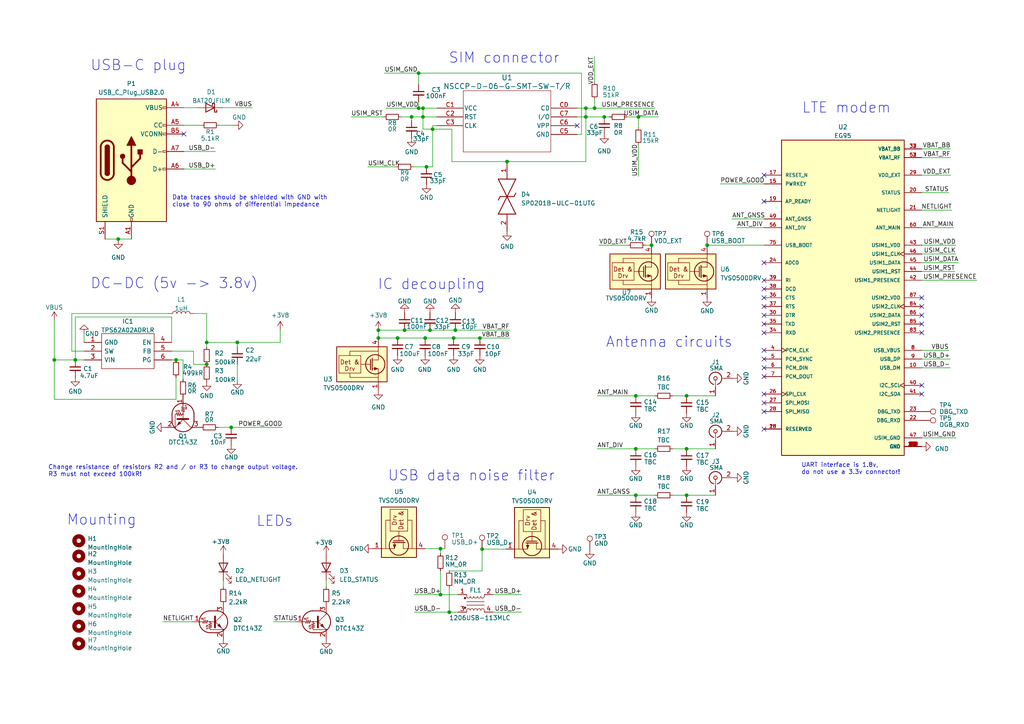
<source format=kicad_sch>
(kicad_sch (version 20230121) (generator eeschema)

  (uuid e7f5bf03-fb2c-47bf-a5e6-8bf502aef220)

  (paper "A4")

  

  (junction (at 184.404 143.637) (diameter 0) (color 0 0 0 0)
    (uuid 042a0471-e21e-4cf9-a449-bbbe0b4e31dc)
  )
  (junction (at 139.827 159.258) (diameter 0) (color 0 0 0 0)
    (uuid 108c85e9-c6c0-486e-acce-02cd06277409)
  )
  (junction (at 125.476 37.465) (diameter 0) (color 0 0 0 0)
    (uuid 20e3e719-fa98-43ad-abe1-94ab32b70500)
  )
  (junction (at 109.728 98.044) (diameter 0) (color 0 0 0 0)
    (uuid 249cd2e5-40dc-4d86-83f1-1d36bcff2155)
  )
  (junction (at 184.404 114.808) (diameter 0) (color 0 0 0 0)
    (uuid 2d292abd-a196-4a57-8168-e345b85a43e2)
  )
  (junction (at 59.944 99.314) (diameter 0) (color 0 0 0 0)
    (uuid 36e8db00-b6e8-465b-982d-28a5692fc84a)
  )
  (junction (at 121.412 21.209) (diameter 0) (color 0 0 0 0)
    (uuid 445f9d58-77f5-42b9-9d83-c8bd4056348e)
  )
  (junction (at 184.404 130.175) (diameter 0) (color 0 0 0 0)
    (uuid 4841ed9d-4f03-47af-a04b-128d42d47199)
  )
  (junction (at 139.192 98.044) (diameter 0) (color 0 0 0 0)
    (uuid 4a77998e-9110-499d-b99b-0ca8beb92ba4)
  )
  (junction (at 169.926 33.909) (diameter 0) (color 0 0 0 0)
    (uuid 4ad700c8-694b-4e8e-968f-93e1847f460e)
  )
  (junction (at 21.844 104.394) (diameter 0) (color 0 0 0 0)
    (uuid 4c802de5-a62c-45b9-8919-56239038f1d4)
  )
  (junction (at 199.136 143.637) (diameter 0) (color 0 0 0 0)
    (uuid 4c82af79-d55f-4314-9a7f-35f7aa12a6a9)
  )
  (junction (at 59.944 105.664) (diameter 0) (color 0 0 0 0)
    (uuid 5996a4f0-9688-4e1a-90b3-babd210fa8d6)
  )
  (junction (at 188.976 71.12) (diameter 0) (color 0 0 0 0)
    (uuid 60d57bd6-b749-4f42-adeb-f36d16ffdfee)
  )
  (junction (at 15.748 104.394) (diameter 0) (color 0 0 0 0)
    (uuid 662d7f32-fb97-41aa-ac93-f48fc05dc7a7)
  )
  (junction (at 205.105 71.12) (diameter 0) (color 0 0 0 0)
    (uuid 66b7964f-c33c-43e3-960c-f53593949cb9)
  )
  (junction (at 131.572 98.044) (diameter 0) (color 0 0 0 0)
    (uuid 6d2b738e-dbf5-438d-823f-18e2789a4004)
  )
  (junction (at 185.166 33.909) (diameter 0) (color 0 0 0 0)
    (uuid 73794637-c3fd-4e06-a39a-f6c4efd94b3f)
  )
  (junction (at 199.136 130.175) (diameter 0) (color 0 0 0 0)
    (uuid 8041df1e-37a6-4527-8ec0-8400a61212d2)
  )
  (junction (at 109.728 95.758) (diameter 0) (color 0 0 0 0)
    (uuid 93302bdb-0704-4e0b-a8dd-9dfb1a3b9997)
  )
  (junction (at 122.682 31.369) (diameter 0) (color 0 0 0 0)
    (uuid 94434c1a-df5e-4d10-8894-60428888ee10)
  )
  (junction (at 132.08 95.758) (diameter 0) (color 0 0 0 0)
    (uuid 97963e5a-c012-437b-b9b0-c938b05f9e9b)
  )
  (junction (at 130.302 177.546) (diameter 0) (color 0 0 0 0)
    (uuid 9fe07d3f-b8b9-4ea8-aa09-965827fcece6)
  )
  (junction (at 117.348 95.758) (diameter 0) (color 0 0 0 0)
    (uuid b31b2ab4-1e33-4ff8-886e-c52b892174a0)
  )
  (junction (at 67.056 123.952) (diameter 0) (color 0 0 0 0)
    (uuid bee434f5-12c1-456b-a694-5d6aa6d93d20)
  )
  (junction (at 119.38 33.909) (diameter 0) (color 0 0 0 0)
    (uuid c2b3d108-8989-4b48-a897-0c96e9da9706)
  )
  (junction (at 127.762 159.131) (diameter 0) (color 0 0 0 0)
    (uuid c440c282-25f7-4f68-9ee7-d7f6e1fb242c)
  )
  (junction (at 68.834 99.314) (diameter 0) (color 0 0 0 0)
    (uuid d030991e-27c8-47b5-bc06-e0a527017f6c)
  )
  (junction (at 123.317 98.044) (diameter 0) (color 0 0 0 0)
    (uuid d0b29793-5a1d-4bf2-84a7-4c2b8f0a55fb)
  )
  (junction (at 199.136 114.808) (diameter 0) (color 0 0 0 0)
    (uuid d1a2ea86-da3c-4b7e-b186-ecf50d0a39d6)
  )
  (junction (at 34.29 69.342) (diameter 0) (color 0 0 0 0)
    (uuid d7264a7e-d04f-4351-8b59-cabd586f5d0d)
  )
  (junction (at 172.466 31.369) (diameter 0) (color 0 0 0 0)
    (uuid d7854a34-b758-4922-9cb4-cd4a308cb948)
  )
  (junction (at 124.714 95.758) (diameter 0) (color 0 0 0 0)
    (uuid d9741ebb-98cb-4867-9416-bb2325535329)
  )
  (junction (at 175.26 33.909) (diameter 0) (color 0 0 0 0)
    (uuid daa6e0f4-053f-4143-9153-188f93c9a287)
  )
  (junction (at 121.412 31.369) (diameter 0) (color 0 0 0 0)
    (uuid def81b2f-d4e1-44c7-89c0-584d984ab417)
  )
  (junction (at 169.926 31.369) (diameter 0) (color 0 0 0 0)
    (uuid e54d2bc3-b95e-452e-ae6d-af9ad12c62da)
  )
  (junction (at 127.762 172.466) (diameter 0) (color 0 0 0 0)
    (uuid e62ca165-381d-4aa2-a97b-d7b6bc254ee7)
  )
  (junction (at 122.682 33.909) (diameter 0) (color 0 0 0 0)
    (uuid e926bacf-05d4-45ff-8dce-7de036ffb108)
  )
  (junction (at 123.698 48.387) (diameter 0) (color 0 0 0 0)
    (uuid ec2dd51f-5b80-4d23-bb5d-83edbde6018d)
  )
  (junction (at 51.054 104.394) (diameter 0) (color 0 0 0 0)
    (uuid f0e313f2-9291-4ca9-820b-64982e8a14cc)
  )
  (junction (at 147.066 46.863) (diameter 0) (color 0 0 0 0)
    (uuid f4e35a19-cd40-4d3e-a713-5b629f520fec)
  )
  (junction (at 115.316 98.044) (diameter 0) (color 0 0 0 0)
    (uuid f9b45c06-f1a7-487e-8f03-e3edcf6b97a3)
  )

  (no_connect (at 221.615 119.38) (uuid 05a7c912-a068-4fca-9eab-8c05541865e2))
  (no_connect (at 221.615 91.44) (uuid 098ef58d-9c83-4e94-b159-9f6c0c821d15))
  (no_connect (at 267.335 86.36) (uuid 29aa2da9-500d-467f-a954-b165ea662d36))
  (no_connect (at 267.335 114.3) (uuid 2fcb3cff-4db3-4d18-8ea8-334a3680b13d))
  (no_connect (at 221.615 88.9) (uuid 42df1992-7708-4c2e-a2b1-bfadafe60529))
  (no_connect (at 221.615 109.22) (uuid 4354e603-7f9d-4559-ab0d-405cf48cfae6))
  (no_connect (at 221.615 114.3) (uuid 4628dff3-05d9-4f8d-adc6-ccd39a555494))
  (no_connect (at 221.615 81.28) (uuid 49e24e25-ef0a-4535-8ddb-6091aecde71a))
  (no_connect (at 267.335 111.76) (uuid 55e0c271-5fbe-48bc-8951-877cc20fd028))
  (no_connect (at 221.615 86.36) (uuid 57884747-f80f-45b4-b376-3ed85b951751))
  (no_connect (at 267.335 91.44) (uuid 5d141732-3dc4-4823-9c61-56341c6489b5))
  (no_connect (at 221.615 76.2) (uuid 60677259-31a6-425c-a2e9-c6e042564e89))
  (no_connect (at 221.615 96.52) (uuid 7786db76-f36e-493d-bf14-08fb87b4cfb7))
  (no_connect (at 221.615 106.68) (uuid 789ebabe-93fb-484e-b50a-b5e32b445969))
  (no_connect (at 267.335 93.98) (uuid 7b8e352a-c575-43ca-9083-5e9fdf049e7a))
  (no_connect (at 221.615 101.6) (uuid 86d27db5-efbd-4595-ae69-49202e8d4e2d))
  (no_connect (at 221.615 124.46) (uuid 8c4a3ea0-7568-4027-be97-fab2477998c8))
  (no_connect (at 221.615 104.14) (uuid 927688cb-4715-4226-8c85-a641f2de0f5f))
  (no_connect (at 267.335 88.9) (uuid a1f8cb88-3472-413a-8194-453d68bc142e))
  (no_connect (at 221.615 116.84) (uuid a3afcaf1-0d85-4bcb-b48c-beef9990449b))
  (no_connect (at 267.335 96.52) (uuid b0681478-bd21-4d84-844e-c81740b62703))
  (no_connect (at 221.615 50.8) (uuid c583c47f-49b7-4e4e-8008-493f5f8f0bbd))
  (no_connect (at 53.34 38.862) (uuid ca527f55-7bcf-4137-986c-55b6fde926ea))
  (no_connect (at 221.615 58.42) (uuid ceef2b62-30a9-4d16-ba8c-ea2ac879facf))
  (no_connect (at 221.615 83.82) (uuid e4045863-b097-4b22-b139-d020dbbc7d14))
  (no_connect (at 167.386 36.449) (uuid ec4b1266-4fda-48e3-9e3a-8126a57e3bb8))
  (no_connect (at 221.615 93.98) (uuid fef6a212-7061-4d20-842f-cc8186980657))

  (wire (pts (xy 169.926 33.909) (xy 175.26 33.909))
    (stroke (width 0) (type default))
    (uuid 03bbf992-44e9-4db6-9c40-3ba17fabb159)
  )
  (wire (pts (xy 122.682 37.465) (xy 125.476 37.465))
    (stroke (width 0) (type default))
    (uuid 05de375f-a619-476e-9c16-ffab6035971a)
  )
  (wire (pts (xy 122.682 33.909) (xy 126.746 33.909))
    (stroke (width 0) (type default))
    (uuid 077a3e2c-c9e1-4b36-b51b-86e07f73df51)
  )
  (wire (pts (xy 131.064 46.863) (xy 147.066 46.863))
    (stroke (width 0) (type default))
    (uuid 07bd4c8f-10b4-4da0-91b5-1278d2c25f7b)
  )
  (wire (pts (xy 101.854 33.909) (xy 111.252 33.909))
    (stroke (width 0) (type default))
    (uuid 083ba46c-0800-4d6e-a55a-8dae79770711)
  )
  (wire (pts (xy 123.317 159.131) (xy 127.762 159.131))
    (stroke (width 0) (type default))
    (uuid 0944d581-d69f-49a3-952b-b6550cae692b)
  )
  (wire (pts (xy 51.054 115.824) (xy 51.054 109.474))
    (stroke (width 0) (type default))
    (uuid 0973be5f-16c4-428c-80bb-8a3f2719cde1)
  )
  (wire (pts (xy 267.335 60.96) (xy 276.098 60.96))
    (stroke (width 0) (type default))
    (uuid 0a348e73-c020-462c-9ac1-aabea15c7af0)
  )
  (wire (pts (xy 120.142 172.466) (xy 127.762 172.466))
    (stroke (width 0) (type default))
    (uuid 0c39fce4-7ac0-4c9b-b343-4ba89b333cc5)
  )
  (wire (pts (xy 267.335 73.66) (xy 277.241 73.66))
    (stroke (width 0) (type default))
    (uuid 10de3af6-802d-407b-9ace-a22f29da2b90)
  )
  (wire (pts (xy 68.834 99.314) (xy 81.28 99.314))
    (stroke (width 0) (type default))
    (uuid 11e96df8-6433-4721-997d-51e78b40e084)
  )
  (wire (pts (xy 106.68 48.387) (xy 114.808 48.387))
    (stroke (width 0) (type default))
    (uuid 14cb3f38-b25b-4d49-9a82-20df3506f421)
  )
  (wire (pts (xy 267.335 71.12) (xy 277.241 71.12))
    (stroke (width 0) (type default))
    (uuid 162d0b0c-49ac-4d83-936b-9aca5609cfdb)
  )
  (wire (pts (xy 117.348 95.758) (xy 124.714 95.758))
    (stroke (width 0) (type default))
    (uuid 19ee1a99-d2ea-401c-84c4-cb06e3ae7eba)
  )
  (wire (pts (xy 122.682 33.909) (xy 122.682 37.465))
    (stroke (width 0) (type default))
    (uuid 1c4094a7-c0bd-429a-9719-d980c0f16bd5)
  )
  (wire (pts (xy 143.002 177.546) (xy 151.257 177.546))
    (stroke (width 0) (type default))
    (uuid 1c592a51-5af1-46f2-abdd-0978cea01987)
  )
  (wire (pts (xy 169.926 31.369) (xy 172.466 31.369))
    (stroke (width 0) (type default))
    (uuid 1fc8dec2-1dab-4bd4-97a4-3a1317bcae00)
  )
  (wire (pts (xy 199.136 114.808) (xy 207.518 114.808))
    (stroke (width 0) (type default))
    (uuid 20a09c66-954d-4dd9-bd94-eeef7aa4cbc9)
  )
  (wire (pts (xy 125.476 48.387) (xy 123.698 48.387))
    (stroke (width 0) (type default))
    (uuid 2223f823-ae7b-4e64-9638-dd44f3ba7622)
  )
  (wire (pts (xy 109.728 95.758) (xy 109.728 98.044))
    (stroke (width 0) (type default))
    (uuid 22482def-4517-4495-83f1-d60986f2b75f)
  )
  (wire (pts (xy 267.335 106.68) (xy 275.59 106.68))
    (stroke (width 0) (type default))
    (uuid 243e78eb-4256-43f6-a9f6-1996d251b01c)
  )
  (wire (pts (xy 168.656 21.209) (xy 168.656 38.989))
    (stroke (width 0) (type default))
    (uuid 24df6308-3420-4eb9-ad68-a5e2a9be0c04)
  )
  (wire (pts (xy 24.384 101.854) (xy 20.828 101.854))
    (stroke (width 0) (type default))
    (uuid 25407507-ec15-4371-9996-a427893dcc24)
  )
  (wire (pts (xy 131.064 37.465) (xy 131.064 46.863))
    (stroke (width 0) (type default))
    (uuid 297f208c-a058-446c-af18-e97dde86709d)
  )
  (wire (pts (xy 94.615 168.402) (xy 94.615 170.18))
    (stroke (width 0) (type default))
    (uuid 2a013bdb-46f0-4026-b4a1-c7d4eece15e3)
  )
  (wire (pts (xy 51.054 104.394) (xy 53.086 104.394))
    (stroke (width 0) (type default))
    (uuid 2c2e8857-e68d-4f83-a96e-e8a66d9e0b5e)
  )
  (wire (pts (xy 121.412 21.209) (xy 168.656 21.209))
    (stroke (width 0) (type default))
    (uuid 32d7896f-2b56-40dc-a841-acc384f42299)
  )
  (wire (pts (xy 109.728 95.758) (xy 117.348 95.758))
    (stroke (width 0) (type default))
    (uuid 352ba14f-5f4b-4a05-9fc5-1a89204306e1)
  )
  (wire (pts (xy 79.375 180.34) (xy 85.725 180.34))
    (stroke (width 0) (type default))
    (uuid 3a6b28c1-e471-48e7-9a80-d4b2d11b4b99)
  )
  (wire (pts (xy 267.335 45.72) (xy 275.717 45.72))
    (stroke (width 0) (type default))
    (uuid 3e34253e-ed9f-4fe8-8990-8023a4d7cc72)
  )
  (wire (pts (xy 139.192 98.044) (xy 131.572 98.044))
    (stroke (width 0) (type default))
    (uuid 3f59b73a-0baf-4264-9660-c05b4d8e826b)
  )
  (wire (pts (xy 119.888 48.387) (xy 123.698 48.387))
    (stroke (width 0) (type default))
    (uuid 3fea61e4-5f16-4b78-b3cb-fb98966a2a29)
  )
  (wire (pts (xy 59.944 90.932) (xy 59.944 99.314))
    (stroke (width 0) (type default))
    (uuid 431ae31f-38f4-44ba-9ee0-0d826b9ce84a)
  )
  (wire (pts (xy 116.332 33.909) (xy 119.38 33.909))
    (stroke (width 0) (type default))
    (uuid 443083fb-9da6-4106-85d7-406828d7e959)
  )
  (wire (pts (xy 63.5 36.322) (xy 67.945 36.322))
    (stroke (width 0) (type default))
    (uuid 46b7ef96-a908-44cf-8882-4e19177eaf3c)
  )
  (wire (pts (xy 212.344 63.5) (xy 221.615 63.5))
    (stroke (width 0) (type default))
    (uuid 488ffbfd-21d2-45be-9907-17ab725bda98)
  )
  (wire (pts (xy 208.915 53.34) (xy 221.615 53.34))
    (stroke (width 0) (type default))
    (uuid 49e50ead-6672-4512-a6d0-8fa6c66d33e0)
  )
  (wire (pts (xy 124.714 95.758) (xy 132.08 95.758))
    (stroke (width 0) (type default))
    (uuid 4a6cad79-8d2b-40c0-b318-6b74fb99cdf0)
  )
  (wire (pts (xy 139.827 159.258) (xy 146.685 159.258))
    (stroke (width 0) (type default))
    (uuid 4b33db9c-e5dc-4bf7-aa53-cc9580572d4a)
  )
  (wire (pts (xy 53.086 104.394) (xy 53.086 109.982))
    (stroke (width 0) (type default))
    (uuid 5111b0eb-3dfb-4f4f-bdd7-8f4b2ab7f8f3)
  )
  (wire (pts (xy 130.429 165.608) (xy 130.302 165.481))
    (stroke (width 0) (type default))
    (uuid 517ee6da-a164-4ceb-ad99-ace8a44a2c2e)
  )
  (wire (pts (xy 168.656 38.989) (xy 167.386 38.989))
    (stroke (width 0) (type default))
    (uuid 52455b73-2c5e-4792-85fb-562237cbbb5f)
  )
  (wire (pts (xy 267.335 127) (xy 277.241 127))
    (stroke (width 0) (type default))
    (uuid 5d410e4a-06d9-4e1d-ab86-e10a75a706eb)
  )
  (wire (pts (xy 267.335 104.14) (xy 275.59 104.14))
    (stroke (width 0) (type default))
    (uuid 5f56a5f8-c8ef-436a-a3f0-d1d3e32e4f4c)
  )
  (wire (pts (xy 267.335 55.88) (xy 275.209 55.88))
    (stroke (width 0) (type default))
    (uuid 61e256b2-85cc-40e0-8b74-8f54c233587e)
  )
  (wire (pts (xy 119.38 33.909) (xy 122.682 33.909))
    (stroke (width 0) (type default))
    (uuid 640b34f1-e78f-43ab-a8fb-ab37a6365b51)
  )
  (wire (pts (xy 127.762 159.131) (xy 127.762 160.528))
    (stroke (width 0) (type default))
    (uuid 69586c84-85a3-46c7-b29d-38c383017786)
  )
  (wire (pts (xy 173.736 71.12) (xy 182.118 71.12))
    (stroke (width 0) (type default))
    (uuid 6a39f7ff-db20-44af-aeb9-e043a484f58f)
  )
  (wire (pts (xy 125.476 37.465) (xy 125.476 48.387))
    (stroke (width 0) (type default))
    (uuid 6a450cc8-b009-4eb3-b494-8677cf88a327)
  )
  (wire (pts (xy 172.466 16.383) (xy 172.466 23.749))
    (stroke (width 0) (type default))
    (uuid 6bbde345-261b-4d97-8903-051cee5af59b)
  )
  (wire (pts (xy 67.056 123.952) (xy 81.915 123.952))
    (stroke (width 0) (type default))
    (uuid 70d714fa-7732-40e3-b2bc-9d501918fb34)
  )
  (wire (pts (xy 267.335 76.2) (xy 278.003 76.2))
    (stroke (width 0) (type default))
    (uuid 7434c959-9658-4640-a403-c457ba7c5565)
  )
  (wire (pts (xy 184.404 114.808) (xy 189.992 114.808))
    (stroke (width 0) (type default))
    (uuid 7453db2a-5a22-4140-8907-6b6eedfe0eca)
  )
  (wire (pts (xy 267.335 81.28) (xy 283.337 81.28))
    (stroke (width 0) (type default))
    (uuid 7469e3ef-de30-4a7c-8e2f-ae590b37a9eb)
  )
  (wire (pts (xy 184.404 143.637) (xy 189.992 143.637))
    (stroke (width 0) (type default))
    (uuid 7ac0a14f-02e1-47f3-86bd-75e714f2ea5b)
  )
  (wire (pts (xy 15.748 115.824) (xy 51.054 115.824))
    (stroke (width 0) (type default))
    (uuid 7b12b8f1-d5fe-4bbc-957e-d788af2f6372)
  )
  (wire (pts (xy 187.198 71.12) (xy 188.976 71.12))
    (stroke (width 0) (type default))
    (uuid 7bf717b2-c3b6-47b7-9e88-abb5a8177a31)
  )
  (wire (pts (xy 59.944 99.314) (xy 59.944 100.584))
    (stroke (width 0) (type default))
    (uuid 7ddb8de7-33df-45ae-b77b-70ed734db02c)
  )
  (wire (pts (xy 49.784 99.314) (xy 49.784 91.948))
    (stroke (width 0) (type default))
    (uuid 81ee1c7f-233e-4145-93d8-3f21808a95ff)
  )
  (wire (pts (xy 173.228 130.175) (xy 184.404 130.175))
    (stroke (width 0) (type default))
    (uuid 8269d304-bcfc-45e5-8254-d29b03033700)
  )
  (wire (pts (xy 185.166 33.909) (xy 185.166 36.957))
    (stroke (width 0) (type default))
    (uuid 869af4db-25ce-40f7-bf30-08de7030b9fe)
  )
  (wire (pts (xy 125.476 37.465) (xy 125.476 36.449))
    (stroke (width 0) (type default))
    (uuid 88f761e4-cb82-4b2c-b0e3-8aaebf0b8612)
  )
  (wire (pts (xy 49.784 91.948) (xy 21.844 91.948))
    (stroke (width 0) (type default))
    (uuid 8abe6bd7-9394-4908-a584-f259df544660)
  )
  (wire (pts (xy 130.429 165.608) (xy 139.827 165.608))
    (stroke (width 0) (type default))
    (uuid 8af824bd-fa75-4123-a1c9-9823718d7b8c)
  )
  (wire (pts (xy 111.506 21.209) (xy 121.412 21.209))
    (stroke (width 0) (type default))
    (uuid 8ba44a5a-880d-4194-b0d8-635864bdf85c)
  )
  (wire (pts (xy 195.072 114.808) (xy 199.136 114.808))
    (stroke (width 0) (type default))
    (uuid 8bc21f00-b4cf-4f13-9b03-eaba4a11badd)
  )
  (wire (pts (xy 125.476 37.465) (xy 131.064 37.465))
    (stroke (width 0) (type default))
    (uuid 8c4ee04a-5192-4bd2-981c-97cdb21ad311)
  )
  (wire (pts (xy 195.072 130.175) (xy 199.136 130.175))
    (stroke (width 0) (type default))
    (uuid 8c87ac72-8740-4284-91c0-7657a93d89b6)
  )
  (wire (pts (xy 169.926 31.369) (xy 169.926 33.909))
    (stroke (width 0) (type default))
    (uuid 8cc71e7f-ecaf-438a-8b2f-67df362175cb)
  )
  (wire (pts (xy 55.88 180.34) (xy 47.244 180.34))
    (stroke (width 0) (type default))
    (uuid 8d95d9c9-36f6-48d9-b910-9248607a7ecb)
  )
  (wire (pts (xy 132.08 95.758) (xy 147.828 95.758))
    (stroke (width 0) (type default))
    (uuid 903839d1-5324-4e01-839b-2c39e7cc4f3d)
  )
  (wire (pts (xy 81.28 99.314) (xy 81.28 95.758))
    (stroke (width 0) (type default))
    (uuid 94149bb3-0230-4cc9-8a06-7f18e1ea6f1f)
  )
  (wire (pts (xy 15.748 92.964) (xy 15.748 104.394))
    (stroke (width 0) (type default))
    (uuid 94f0d30d-a571-4c0b-ac5b-bf15c65e9ef3)
  )
  (wire (pts (xy 30.48 69.342) (xy 34.29 69.342))
    (stroke (width 0) (type default))
    (uuid 95bd61a9-339a-4be0-8506-6d8d40bf65df)
  )
  (wire (pts (xy 121.412 31.369) (xy 112.014 31.369))
    (stroke (width 0) (type default))
    (uuid 96c21502-3c09-4ffa-ba48-7757c8c16b8d)
  )
  (wire (pts (xy 199.136 143.637) (xy 207.518 143.637))
    (stroke (width 0) (type default))
    (uuid 96c95263-bd70-4ad3-b037-c094a8e797c0)
  )
  (wire (pts (xy 131.572 98.044) (xy 123.317 98.044))
    (stroke (width 0) (type default))
    (uuid 9906097b-0b66-4650-97df-a7952c2b2d2e)
  )
  (wire (pts (xy 172.466 31.369) (xy 189.992 31.369))
    (stroke (width 0) (type default))
    (uuid 9c0ae201-f354-4606-8306-2bc89ac76898)
  )
  (wire (pts (xy 121.412 21.209) (xy 121.412 24.511))
    (stroke (width 0) (type default))
    (uuid a0c46777-2387-4b71-bc0f-5042340a3827)
  )
  (wire (pts (xy 59.944 99.314) (xy 68.834 99.314))
    (stroke (width 0) (type default))
    (uuid a194d0d5-eb6c-41af-98cc-0e2e067ed087)
  )
  (wire (pts (xy 167.386 33.909) (xy 169.926 33.909))
    (stroke (width 0) (type default))
    (uuid a345a4f1-ce0d-46aa-90d5-ec414591949e)
  )
  (wire (pts (xy 53.34 43.942) (xy 62.484 43.942))
    (stroke (width 0) (type default))
    (uuid a6318b8d-ec38-48b8-bfb6-951335499080)
  )
  (wire (pts (xy 64.77 168.402) (xy 64.77 170.18))
    (stroke (width 0) (type default))
    (uuid aa2b0504-5aa9-4cad-927f-6b4895cd62fd)
  )
  (wire (pts (xy 184.404 130.175) (xy 189.992 130.175))
    (stroke (width 0) (type default))
    (uuid abfcc4a9-db87-45ad-a66b-d96507da79ed)
  )
  (wire (pts (xy 185.166 42.037) (xy 185.166 51.181))
    (stroke (width 0) (type default))
    (uuid af10e562-0025-46f3-842a-e6b6ef311b24)
  )
  (wire (pts (xy 267.335 50.8) (xy 275.717 50.8))
    (stroke (width 0) (type default))
    (uuid b1bdc5eb-6651-4815-9f0f-c4d8de4847e4)
  )
  (wire (pts (xy 115.316 98.044) (xy 123.317 98.044))
    (stroke (width 0) (type default))
    (uuid b3300f2a-e355-483f-bb98-90208c8708c9)
  )
  (wire (pts (xy 68.834 99.314) (xy 68.834 100.584))
    (stroke (width 0) (type default))
    (uuid b59fc002-ff13-4eee-8a50-d839fe20c77b)
  )
  (wire (pts (xy 173.228 114.808) (xy 184.404 114.808))
    (stroke (width 0) (type default))
    (uuid b829540a-d0b4-49ca-adbf-0f57eb079808)
  )
  (wire (pts (xy 172.466 28.829) (xy 172.466 31.369))
    (stroke (width 0) (type default))
    (uuid ba8ad741-ec74-4c8d-a0c9-98059acee5c3)
  )
  (wire (pts (xy 143.002 172.466) (xy 151.257 172.466))
    (stroke (width 0) (type default))
    (uuid baeee0a3-3b3e-4ce1-900c-14dff80fbada)
  )
  (wire (pts (xy 120.142 177.546) (xy 130.302 177.546))
    (stroke (width 0) (type default))
    (uuid bcb70764-9a79-4f7b-aa37-80ac97e980b5)
  )
  (wire (pts (xy 139.827 165.608) (xy 139.827 159.258))
    (stroke (width 0) (type default))
    (uuid bd7f77e6-8804-49a6-b7c9-5dec3b47d8fe)
  )
  (wire (pts (xy 167.386 31.369) (xy 169.926 31.369))
    (stroke (width 0) (type default))
    (uuid bf9ab387-38f9-4329-9210-05b4a4b2a170)
  )
  (wire (pts (xy 34.29 69.342) (xy 34.29 69.596))
    (stroke (width 0) (type default))
    (uuid c1a67dc8-214e-462b-8621-7c935f79ad57)
  )
  (wire (pts (xy 267.335 101.6) (xy 275.209 101.6))
    (stroke (width 0) (type default))
    (uuid c6dfef69-c3ee-4c2e-b4c3-d206b67db366)
  )
  (wire (pts (xy 127.762 159.131) (xy 129.032 159.131))
    (stroke (width 0) (type default))
    (uuid c9a56d29-537e-4c03-915d-bdade0dcdda9)
  )
  (wire (pts (xy 15.748 115.824) (xy 15.748 104.394))
    (stroke (width 0) (type default))
    (uuid cc0711b2-5351-4792-a69e-1d113d404b82)
  )
  (wire (pts (xy 64.77 31.242) (xy 73.152 31.242))
    (stroke (width 0) (type default))
    (uuid cc710d27-2717-4e95-b25b-85dd19deed59)
  )
  (wire (pts (xy 139.192 98.044) (xy 147.828 98.044))
    (stroke (width 0) (type default))
    (uuid d020a520-a626-42f1-b92d-ed0acced7c64)
  )
  (wire (pts (xy 213.741 66.04) (xy 221.615 66.04))
    (stroke (width 0) (type default))
    (uuid d04ed176-2caf-490e-a330-8091df4c2d36)
  )
  (wire (pts (xy 49.784 104.394) (xy 51.054 104.394))
    (stroke (width 0) (type default))
    (uuid d1159933-963d-4653-b331-3bca57df1d8f)
  )
  (wire (pts (xy 56.134 101.854) (xy 56.134 105.664))
    (stroke (width 0) (type default))
    (uuid d11e1087-9947-49fc-86cb-1e3c88e786be)
  )
  (wire (pts (xy 195.072 143.637) (xy 199.136 143.637))
    (stroke (width 0) (type default))
    (uuid d4dd32c3-edae-423c-a419-934d2b00cbef)
  )
  (wire (pts (xy 121.412 29.591) (xy 121.412 31.369))
    (stroke (width 0) (type default))
    (uuid d574894c-d89f-48b8-bc74-fee6db882aef)
  )
  (wire (pts (xy 24.384 96.774) (xy 24.384 99.314))
    (stroke (width 0) (type default))
    (uuid d6fb14cd-da59-434a-a47f-6f9fe6c9ace9)
  )
  (wire (pts (xy 20.828 90.932) (xy 48.768 90.932))
    (stroke (width 0) (type default))
    (uuid d8ee074e-957f-4f2d-b164-756491ef692e)
  )
  (wire (pts (xy 130.302 177.546) (xy 132.842 177.546))
    (stroke (width 0) (type default))
    (uuid dafb6178-625b-40b9-8e35-323b2c6deaa7)
  )
  (wire (pts (xy 57.15 31.242) (xy 53.34 31.242))
    (stroke (width 0) (type default))
    (uuid dd890e69-1511-47b3-b73a-067cbc02dc6e)
  )
  (wire (pts (xy 15.748 104.394) (xy 21.844 104.394))
    (stroke (width 0) (type default))
    (uuid dd90930c-f552-46ac-b1f7-48d1ddb596d4)
  )
  (wire (pts (xy 130.302 170.561) (xy 130.302 177.546))
    (stroke (width 0) (type default))
    (uuid ddbafd75-5887-4eea-a2e7-5edc883a2ba2)
  )
  (wire (pts (xy 122.682 31.369) (xy 122.682 33.909))
    (stroke (width 0) (type default))
    (uuid dde9727a-43ec-4032-a4f2-6be8bb1d2033)
  )
  (wire (pts (xy 68.834 110.236) (xy 68.834 105.664))
    (stroke (width 0) (type default))
    (uuid de1f462f-42da-4e21-bb8a-51b75a28b7e2)
  )
  (wire (pts (xy 267.335 78.74) (xy 276.987 78.74))
    (stroke (width 0) (type default))
    (uuid de8bd120-989f-4c37-bcdc-ed048eed7b63)
  )
  (wire (pts (xy 53.34 49.022) (xy 62.484 49.022))
    (stroke (width 0) (type default))
    (uuid e264048e-cb40-46b2-b945-9d40fc798766)
  )
  (wire (pts (xy 21.844 91.948) (xy 21.844 104.394))
    (stroke (width 0) (type default))
    (uuid e2f3bd7c-4bfd-4a98-b07a-02934ca43525)
  )
  (wire (pts (xy 125.476 36.449) (xy 126.746 36.449))
    (stroke (width 0) (type default))
    (uuid e33b6b2a-b5c3-4b0b-a4de-a6f4601e7cac)
  )
  (wire (pts (xy 199.136 130.175) (xy 207.518 130.175))
    (stroke (width 0) (type default))
    (uuid e61b547d-31b0-418c-9839-c878bcd08d27)
  )
  (wire (pts (xy 34.29 69.342) (xy 38.1 69.342))
    (stroke (width 0) (type default))
    (uuid e8390b11-4fd0-4df4-a135-2e8b04d347c7)
  )
  (wire (pts (xy 121.412 31.369) (xy 122.682 31.369))
    (stroke (width 0) (type default))
    (uuid ec08cd55-c804-4f51-8fac-f0d076de42b7)
  )
  (wire (pts (xy 127.762 172.466) (xy 132.842 172.466))
    (stroke (width 0) (type default))
    (uuid ed0e5eea-43c0-4d75-92ac-f8809c54c3c1)
  )
  (wire (pts (xy 127.762 165.608) (xy 127.762 172.466))
    (stroke (width 0) (type default))
    (uuid ed69a4d1-ef95-492f-9c0e-9984a0bafde2)
  )
  (wire (pts (xy 169.926 46.863) (xy 169.926 33.909))
    (stroke (width 0) (type default))
    (uuid ee90ec6a-b5a6-419a-b1db-84ec3d570786)
  )
  (wire (pts (xy 53.34 36.322) (xy 58.42 36.322))
    (stroke (width 0) (type default))
    (uuid ef0cb1c2-8f79-4365-bd54-164624d7e504)
  )
  (wire (pts (xy 173.228 143.637) (xy 184.404 143.637))
    (stroke (width 0) (type default))
    (uuid f11e621e-cc31-4be0-a142-98b4e2259320)
  )
  (wire (pts (xy 49.784 101.854) (xy 56.134 101.854))
    (stroke (width 0) (type default))
    (uuid f18e4bff-b172-40f4-88e4-3f0fa4403ce7)
  )
  (wire (pts (xy 119.38 34.925) (xy 119.38 33.909))
    (stroke (width 0) (type default))
    (uuid f20f93f6-8327-4fb3-aaaa-a982e469faf1)
  )
  (wire (pts (xy 175.26 33.909) (xy 176.784 33.909))
    (stroke (width 0) (type default))
    (uuid f2a1f47f-8604-4c84-a40f-d62ff5676128)
  )
  (wire (pts (xy 109.728 98.044) (xy 115.316 98.044))
    (stroke (width 0) (type default))
    (uuid f3382bac-9146-408b-a01d-dbe3612d090b)
  )
  (wire (pts (xy 267.335 43.18) (xy 275.717 43.18))
    (stroke (width 0) (type default))
    (uuid f4110a8e-de93-4e3a-b729-09eefddfba3d)
  )
  (wire (pts (xy 147.066 46.863) (xy 169.926 46.863))
    (stroke (width 0) (type default))
    (uuid f63e3915-d583-4f72-bf91-948cc43ad050)
  )
  (wire (pts (xy 20.828 101.854) (xy 20.828 90.932))
    (stroke (width 0) (type default))
    (uuid f7356388-ca20-456f-a3df-69eafbcfba76)
  )
  (wire (pts (xy 205.105 71.12) (xy 221.615 71.12))
    (stroke (width 0) (type default))
    (uuid f7f0ef1f-9efc-4016-80af-90844a041c4c)
  )
  (wire (pts (xy 63.246 123.952) (xy 67.056 123.952))
    (stroke (width 0) (type default))
    (uuid f894d116-77b4-4179-a80f-bff88b98bceb)
  )
  (wire (pts (xy 56.388 90.932) (xy 59.944 90.932))
    (stroke (width 0) (type default))
    (uuid fa5a06ba-69c9-4b7c-b204-56951d9ec9b0)
  )
  (wire (pts (xy 56.134 105.664) (xy 59.944 105.664))
    (stroke (width 0) (type default))
    (uuid fbb43638-f890-42a3-b07f-9b3cf691441e)
  )
  (wire (pts (xy 267.335 66.04) (xy 276.606 66.04))
    (stroke (width 0) (type default))
    (uuid fc31d884-aeca-4d8b-89f8-b346ad6f0168)
  )
  (wire (pts (xy 122.682 31.369) (xy 126.746 31.369))
    (stroke (width 0) (type default))
    (uuid fc863460-fe99-4abe-910f-ca8d0244f3df)
  )
  (wire (pts (xy 21.844 104.394) (xy 24.384 104.394))
    (stroke (width 0) (type default))
    (uuid fc8ef826-074d-49e9-a04e-0c35157a0f7b)
  )
  (wire (pts (xy 181.864 33.909) (xy 185.166 33.909))
    (stroke (width 0) (type default))
    (uuid fcd0f360-7287-4a8a-8067-c35111f2073d)
  )
  (wire (pts (xy 185.166 33.909) (xy 191.008 33.909))
    (stroke (width 0) (type default))
    (uuid ff5961a4-f8f9-4419-85b5-232c1292e2ec)
  )

  (text "LTE modem" (at 232.537 33.147 0)
    (effects (font (size 3 3)) (justify left bottom))
    (uuid 10856622-133d-4f7d-ac35-6cb885ce6185)
  )
  (text "SIM connector\n" (at 130.048 18.669 0)
    (effects (font (size 3 3)) (justify left bottom))
    (uuid 1f615cda-97b1-45ca-ac6b-01760d1a071c)
  )
  (text "LEDs" (at 74.295 153.035 0)
    (effects (font (size 3 3)) (justify left bottom))
    (uuid 5d1a16d1-daca-4fb8-9202-13f8ac655b04)
  )
  (text "USB-C plug" (at 26.162 20.828 0)
    (effects (font (size 3 3)) (justify left bottom))
    (uuid 997112e9-0d1c-4112-a4bc-f4e3764a24d5)
  )
  (text "IC decoupling\n" (at 109.474 84.328 0)
    (effects (font (size 3 3)) (justify left bottom))
    (uuid a6e487ce-2225-4f7e-ba17-13d3782fca51)
  )
  (text "UART interface is 1.8v, \ndo not use a 3.3v connector!"
    (at 232.41 137.795 0)
    (effects (font (size 1.27 1.27)) (justify left bottom))
    (uuid c3533279-9293-4dc5-8042-6c1508b2a49d)
  )
  (text "Mounting\n" (at 19.304 152.654 0)
    (effects (font (size 3 3)) (justify left bottom))
    (uuid ca3cbb62-a0f7-4285-a4b7-af23b86dbe37)
  )
  (text "DC-DC (5v -> 3.8v)\n" (at 26.162 84.074 0)
    (effects (font (size 3 3)) (justify left bottom))
    (uuid d3b1a4ad-ac5d-4167-af11-de6f37be6fef)
  )
  (text "USB data noise filter" (at 112.395 139.827 0)
    (effects (font (size 3 3)) (justify left bottom))
    (uuid d3ed1f5b-761c-4e84-a5fb-d339d36018b8)
  )
  (text "Antenna circuits\n" (at 175.641 101.092 0)
    (effects (font (size 3 3)) (justify left bottom))
    (uuid d89f996c-ad5d-413a-96e1-7d792b283d85)
  )
  (text "Change resistance of resistors R2 and / or R3 to change output voltage.\nR3 must not exceed 100kR!\n"
    (at 13.97 138.43 0)
    (effects (font (size 1.27 1.27)) (justify left bottom))
    (uuid e64b5d2e-4c66-4328-a131-4a92aea4aeaf)
  )
  (text "Data traces should be shielded with GND with \nclose to 90 ohms of differential impedance"
    (at 49.911 60.198 0)
    (effects (font (size 1.27 1.27)) (justify left bottom))
    (uuid fa68311b-06f8-4187-b961-a9dc9acdbc66)
  )

  (label "USIM_VDD" (at 277.241 71.12 180) (fields_autoplaced)
    (effects (font (size 1.27 1.27)) (justify right bottom))
    (uuid 030fdd0e-42a9-4f5f-9d8a-a97afaca32e0)
  )
  (label "USB_D-" (at 151.257 177.546 180) (fields_autoplaced)
    (effects (font (size 1.27 1.27)) (justify right bottom))
    (uuid 1c1f57fb-0304-4f5c-8ca3-a9352c2c96b9)
  )
  (label "ANT_GNSS" (at 212.344 63.5 0) (fields_autoplaced)
    (effects (font (size 1.27 1.27)) (justify left bottom))
    (uuid 1cab7889-027e-4a4b-92dd-e294b9188f4d)
  )
  (label "USIM_PRESENCE" (at 189.992 31.369 180) (fields_autoplaced)
    (effects (font (size 1.27 1.27)) (justify right bottom))
    (uuid 255f5bb5-a06f-455f-8359-09a5c5c99003)
  )
  (label "VBAT_RF" (at 147.828 95.758 180) (fields_autoplaced)
    (effects (font (size 1.27 1.27)) (justify right bottom))
    (uuid 29471ccc-e479-4ee0-be47-0a0b7085be20)
  )
  (label "USIM_GND" (at 111.506 21.209 0) (fields_autoplaced)
    (effects (font (size 1.27 1.27)) (justify left bottom))
    (uuid 29724df1-765c-467b-87d5-df81e58e51a8)
  )
  (label "USIM_CLK" (at 106.68 48.387 0) (fields_autoplaced)
    (effects (font (size 1.27 1.27)) (justify left bottom))
    (uuid 29daebfb-8de7-487b-83f6-acf17a235add)
  )
  (label "USB_D+" (at 275.59 104.14 180) (fields_autoplaced)
    (effects (font (size 1.27 1.27)) (justify right bottom))
    (uuid 2a3d94f1-8f38-4608-bc2a-9c7156e94a12)
  )
  (label "VBAT_BB" (at 147.828 98.044 180) (fields_autoplaced)
    (effects (font (size 1.27 1.27)) (justify right bottom))
    (uuid 341f62f5-589d-4734-8c10-bf214a9839d8)
  )
  (label "USIM_VDD" (at 185.166 51.181 90) (fields_autoplaced)
    (effects (font (size 1.27 1.27)) (justify left bottom))
    (uuid 4079dc95-5935-4f1d-9d1d-673cd8f80ca0)
  )
  (label "USB_D+" (at 120.142 172.466 0) (fields_autoplaced)
    (effects (font (size 1.27 1.27)) (justify left bottom))
    (uuid 44ff37be-8cbb-4422-b946-d0fab880891e)
  )
  (label "STATUS" (at 79.375 180.34 0) (fields_autoplaced)
    (effects (font (size 1.27 1.27)) (justify left bottom))
    (uuid 4a8a4651-c1be-49a7-90aa-5658cbb81ad4)
  )
  (label "VBAT_RF" (at 275.717 45.72 180) (fields_autoplaced)
    (effects (font (size 1.27 1.27)) (justify right bottom))
    (uuid 4d02e272-0362-4a3f-835a-71812e889c68)
  )
  (label "ANT_DIV" (at 173.228 130.175 0) (fields_autoplaced)
    (effects (font (size 1.27 1.27)) (justify left bottom))
    (uuid 59ec6daf-4f41-4eae-ad10-48af835cfb7a)
  )
  (label "ANT_DIV" (at 213.741 66.04 0) (fields_autoplaced)
    (effects (font (size 1.27 1.27)) (justify left bottom))
    (uuid 59f9c11e-faa0-4ecc-b792-b12652ba0b50)
  )
  (label "ANT_MAIN" (at 173.228 114.808 0) (fields_autoplaced)
    (effects (font (size 1.27 1.27)) (justify left bottom))
    (uuid 633c562a-e625-49be-b7c8-5a71d1731479)
  )
  (label "USB_D-" (at 275.59 106.68 180) (fields_autoplaced)
    (effects (font (size 1.27 1.27)) (justify right bottom))
    (uuid 6a42a279-6594-4617-92c7-bb273fe60f35)
  )
  (label "POWER_GOOD" (at 81.915 123.952 180) (fields_autoplaced)
    (effects (font (size 1.27 1.27)) (justify right bottom))
    (uuid 6c9d9040-f9e3-4e7c-b136-1ced9d775058)
  )
  (label "USB_D-" (at 120.142 177.546 0) (fields_autoplaced)
    (effects (font (size 1.27 1.27)) (justify left bottom))
    (uuid 6f7874e0-6a12-428e-9af4-58be41e35bb8)
  )
  (label "ANT_MAIN" (at 276.606 66.04 180) (fields_autoplaced)
    (effects (font (size 1.27 1.27)) (justify right bottom))
    (uuid 7099675a-1fd5-45df-b988-2f9a84da9897)
  )
  (label "NETLIGHT" (at 276.098 60.96 180) (fields_autoplaced)
    (effects (font (size 1.27 1.27)) (justify right bottom))
    (uuid 73fdc481-1392-4fb3-b700-3a76369af23c)
  )
  (label "USB_D+" (at 151.257 172.466 180) (fields_autoplaced)
    (effects (font (size 1.27 1.27)) (justify right bottom))
    (uuid 7c1aeb40-f30a-420c-8f80-f5814d7b375a)
  )
  (label "USIM_PRESENCE" (at 283.337 81.28 180) (fields_autoplaced)
    (effects (font (size 1.27 1.27)) (justify right bottom))
    (uuid 84a0f01c-7c48-4b57-ac5c-93453bdb1bed)
  )
  (label "USIM_DATA" (at 278.003 76.2 180) (fields_autoplaced)
    (effects (font (size 1.27 1.27)) (justify right bottom))
    (uuid 8b7200f7-4daf-44de-bcca-41cd41cdbb8f)
  )
  (label "USB_D+" (at 62.484 49.022 180) (fields_autoplaced)
    (effects (font (size 1.27 1.27)) (justify right bottom))
    (uuid 91db2672-e06a-417f-95c6-62ae4ee92f7d)
  )
  (label "NETLIGHT" (at 47.244 180.34 0) (fields_autoplaced)
    (effects (font (size 1.27 1.27)) (justify left bottom))
    (uuid a4b1017a-0351-4cf1-9d64-a09fc0b28a16)
  )
  (label "VBUS" (at 73.152 31.242 180) (fields_autoplaced)
    (effects (font (size 1.27 1.27)) (justify right bottom))
    (uuid b0ffd2ef-8ac8-4825-80f7-a62a2359493b)
  )
  (label "USIM_GND" (at 277.241 127 180) (fields_autoplaced)
    (effects (font (size 1.27 1.27)) (justify right bottom))
    (uuid b2a09c38-7162-4b70-ba3d-fb0be072c28d)
  )
  (label "USB_D-" (at 62.484 43.942 180) (fields_autoplaced)
    (effects (font (size 1.27 1.27)) (justify right bottom))
    (uuid b571b294-415c-4b13-ab39-12f42873915f)
  )
  (label "VDD_EXT" (at 275.717 50.8 180) (fields_autoplaced)
    (effects (font (size 1.27 1.27)) (justify right bottom))
    (uuid b939c651-baca-4dab-b241-76ea3ae8ff21)
  )
  (label "STATUS" (at 275.209 55.88 180) (fields_autoplaced)
    (effects (font (size 1.27 1.27)) (justify right bottom))
    (uuid bdcfc669-da81-4f42-9d69-b5cc4a006bad)
  )
  (label "USIM_CLK" (at 277.241 73.66 180) (fields_autoplaced)
    (effects (font (size 1.27 1.27)) (justify right bottom))
    (uuid be36023a-e621-4ab0-a53c-6918520012f6)
  )
  (label "USIM_DATA" (at 191.008 33.909 180) (fields_autoplaced)
    (effects (font (size 1.27 1.27)) (justify right bottom))
    (uuid c58f6959-ff28-48f6-936a-ae0c0ef60ab2)
  )
  (label "VBAT_BB" (at 275.717 43.18 180) (fields_autoplaced)
    (effects (font (size 1.27 1.27)) (justify right bottom))
    (uuid c82d18a3-5e0e-4e56-a101-ab1fefd0fdac)
  )
  (label "VBUS" (at 275.209 101.6 180) (fields_autoplaced)
    (effects (font (size 1.27 1.27)) (justify right bottom))
    (uuid cc4e7e37-ae6a-4bea-a02e-d92b5e4df412)
  )
  (label "USIM_VDD" (at 112.014 31.369 0) (fields_autoplaced)
    (effects (font (size 1.27 1.27)) (justify left bottom))
    (uuid cf62d78d-5f2d-496c-af64-74365a412979)
  )
  (label "VDD_EXT" (at 172.466 16.383 270) (fields_autoplaced)
    (effects (font (size 1.27 1.27)) (justify right bottom))
    (uuid dd4e481b-f5b2-4b82-9df0-a07179bbd99e)
  )
  (label "USIM_RST" (at 101.854 33.909 0) (fields_autoplaced)
    (effects (font (size 1.27 1.27)) (justify left bottom))
    (uuid e97fc6f9-74f3-4a24-a312-65ea67586244)
  )
  (label "ANT_GNSS" (at 173.228 143.637 0) (fields_autoplaced)
    (effects (font (size 1.27 1.27)) (justify left bottom))
    (uuid f22bc7e2-51c7-4426-95b2-620e2f4814d6)
  )
  (label "VDD_EXT" (at 173.736 71.12 0) (fields_autoplaced)
    (effects (font (size 1.27 1.27)) (justify left bottom))
    (uuid f357f920-21ab-4c10-b948-8ca7d7791e95)
  )
  (label "USIM_RST" (at 276.987 78.74 180) (fields_autoplaced)
    (effects (font (size 1.27 1.27)) (justify right bottom))
    (uuid fcaf79c5-8fd4-4846-b15b-c83a0af83477)
  )
  (label "POWER_GOOD" (at 208.915 53.34 0) (fields_autoplaced)
    (effects (font (size 1.27 1.27)) (justify left bottom))
    (uuid fcdbaf88-a477-4450-ad66-5b029ba2f28e)
  )

  (symbol (lib_id "power:GND") (at 123.317 103.124 0) (unit 1)
    (in_bom yes) (on_board yes) (dnp no)
    (uuid 06c2399e-462d-4b78-8cae-1501c2ae7839)
    (property "Reference" "#PWR03" (at 123.317 109.474 0)
      (effects (font (size 1.27 1.27)) hide)
    )
    (property "Value" "GND" (at 125.222 107.188 0)
      (effects (font (size 1.27 1.27)) (justify right))
    )
    (property "Footprint" "" (at 123.317 103.124 0)
      (effects (font (size 1.27 1.27)) hide)
    )
    (property "Datasheet" "" (at 123.317 103.124 0)
      (effects (font (size 1.27 1.27)) hide)
    )
    (pin "1" (uuid bc6272e1-93f9-4281-bcd5-ad90543464df))
    (instances
      (project "Roamer"
        (path "/e7f5bf03-fb2c-47bf-a5e6-8bf502aef220"
          (reference "#PWR03") (unit 1)
        )
      )
    )
  )

  (symbol (lib_id "Device:R_Small") (at 53.086 112.522 0) (unit 1)
    (in_bom yes) (on_board yes) (dnp no)
    (uuid 07398bf2-a4b0-456d-b59a-0d3d1b836125)
    (property "Reference" "R6" (at 54.356 111.76 0)
      (effects (font (size 1.27 1.27)) (justify left))
    )
    (property "Value" "0R" (at 54.356 113.411 0)
      (effects (font (size 1.27 1.27)) (justify left))
    )
    (property "Footprint" "" (at 53.086 112.522 0)
      (effects (font (size 1.27 1.27)) hide)
    )
    (property "Datasheet" "~" (at 53.086 112.522 0)
      (effects (font (size 1.27 1.27)) hide)
    )
    (pin "1" (uuid 7773cb73-9fb6-4fd9-949d-789fb08cee76))
    (pin "2" (uuid ad583c30-de0e-4513-ab7d-e64d16c8e11a))
    (instances
      (project "Roamer"
        (path "/e7f5bf03-fb2c-47bf-a5e6-8bf502aef220"
          (reference "R6") (unit 1)
        )
      )
    )
  )

  (symbol (lib_id "Transistor_BJT:DTC143Z") (at 62.23 180.34 0) (unit 1)
    (in_bom yes) (on_board yes) (dnp no) (fields_autoplaced)
    (uuid 079c2c69-fe66-4bf8-b630-2a3e8b1dfa4d)
    (property "Reference" "Q2" (at 67.564 179.705 0)
      (effects (font (size 1.27 1.27)) (justify left))
    )
    (property "Value" "DTC143Z" (at 67.564 182.245 0)
      (effects (font (size 1.27 1.27)) (justify left))
    )
    (property "Footprint" "" (at 62.23 180.34 0)
      (effects (font (size 1.27 1.27)) (justify left) hide)
    )
    (property "Datasheet" "" (at 62.23 180.34 0)
      (effects (font (size 1.27 1.27)) (justify left) hide)
    )
    (pin "1" (uuid e3e45c28-4abc-4dea-af2b-1cd9ff63b75e))
    (pin "2" (uuid 9db23f5e-245c-43d6-be7e-24db320e7766))
    (pin "3" (uuid 5192ad1a-ae38-4eb7-9ad0-f12addf7e753))
    (instances
      (project "Roamer"
        (path "/e7f5bf03-fb2c-47bf-a5e6-8bf502aef220"
          (reference "Q2") (unit 1)
        )
      )
    )
  )

  (symbol (lib_id "Mechanical:MountingHole") (at 22.86 176.53 0) (unit 1)
    (in_bom yes) (on_board yes) (dnp no) (fields_autoplaced)
    (uuid 07fe003c-da17-4fea-9c40-3454d6fcfc2d)
    (property "Reference" "H5" (at 25.4 175.895 0)
      (effects (font (size 1.27 1.27)) (justify left))
    )
    (property "Value" "MountingHole" (at 25.4 178.435 0)
      (effects (font (size 1.27 1.27)) (justify left))
    )
    (property "Footprint" "MountingHole:MountingHole_2.7mm_M2.5" (at 22.86 176.53 0)
      (effects (font (size 1.27 1.27)) hide)
    )
    (property "Datasheet" "~" (at 22.86 176.53 0)
      (effects (font (size 1.27 1.27)) hide)
    )
    (instances
      (project "Roamer"
        (path "/e7f5bf03-fb2c-47bf-a5e6-8bf502aef220"
          (reference "H5") (unit 1)
        )
      )
    )
  )

  (symbol (lib_id "Power_Protection:TVS0500DRV") (at 154.305 159.258 270) (unit 1)
    (in_bom yes) (on_board yes) (dnp no) (fields_autoplaced)
    (uuid 0942dfca-44ea-4fcb-892a-adcc75baa0d8)
    (property "Reference" "U4" (at 154.305 142.748 90)
      (effects (font (size 1.27 1.27)))
    )
    (property "Value" "TVS0500DRV" (at 154.305 145.288 90)
      (effects (font (size 1.27 1.27)))
    )
    (property "Footprint" "Package_SON:WSON-6-1EP_2x2mm_P0.65mm_EP1x1.6mm" (at 145.415 164.338 0)
      (effects (font (size 1.27 1.27)) hide)
    )
    (property "Datasheet" "http://www.ti.com/lit/ds/symlink/tvs0500.pdf" (at 154.305 156.718 0)
      (effects (font (size 1.27 1.27)) hide)
    )
    (pin "1" (uuid f0344121-d306-4852-bc9e-96a72d34b7b5))
    (pin "2" (uuid fc86d3a8-2e6d-4d7c-ba5f-5c8b3f388850))
    (pin "3" (uuid f85214f0-089e-4e36-a5ca-db817c725ff2))
    (pin "4" (uuid f81efb68-f344-4a96-a26d-b79ee07ba083))
    (pin "5" (uuid 04f2f219-c686-4f4c-8532-d1aca7241602))
    (pin "6" (uuid d7976263-08df-4c57-a278-4c4c207b5732))
    (pin "7" (uuid f9ce1733-e703-441b-97df-943a604cd830))
    (instances
      (project "Roamer"
        (path "/e7f5bf03-fb2c-47bf-a5e6-8bf502aef220"
          (reference "U4") (unit 1)
        )
      )
    )
  )

  (symbol (lib_id "Connector:Conn_Coaxial") (at 207.518 138.557 90) (unit 1)
    (in_bom yes) (on_board yes) (dnp no)
    (uuid 0a40f818-434f-42e1-8023-b94a003b0d64)
    (property "Reference" "J3" (at 208.788 133.858 90)
      (effects (font (size 1.27 1.27)) (justify left))
    )
    (property "Value" "SMA" (at 209.7162 135.636 90)
      (effects (font (size 1.27 1.27)) (justify left))
    )
    (property "Footprint" "Connector_Coaxial:BNC_Amphenol_031-6575_Horizontal" (at 207.518 138.557 0)
      (effects (font (size 1.27 1.27)) hide)
    )
    (property "Datasheet" " ~" (at 207.518 138.557 0)
      (effects (font (size 1.27 1.27)) hide)
    )
    (pin "1" (uuid 69d486a9-c904-4be4-8309-ccd497db9d1c))
    (pin "2" (uuid a73d0246-eb4d-4d1d-90f6-55adb122b0f3))
    (instances
      (project "Roamer"
        (path "/e7f5bf03-fb2c-47bf-a5e6-8bf502aef220"
          (reference "J3") (unit 1)
        )
      )
    )
  )

  (symbol (lib_id "Connector:USB_C_Plug_USB2.0") (at 38.1 46.482 0) (unit 1)
    (in_bom yes) (on_board yes) (dnp no) (fields_autoplaced)
    (uuid 0dcaec53-9d05-4a0e-9a06-34b6fc261cee)
    (property "Reference" "P1" (at 38.1 24.257 0)
      (effects (font (size 1.27 1.27)))
    )
    (property "Value" "USB_C_Plug_USB2.0" (at 38.1 26.797 0)
      (effects (font (size 1.27 1.27)))
    )
    (property "Footprint" "Connector_USB:USB_C_Plug_Molex_105444" (at 41.91 46.482 0)
      (effects (font (size 1.27 1.27)) hide)
    )
    (property "Datasheet" "https://www.usb.org/sites/default/files/documents/usb_type-c.zip" (at 41.91 46.482 0)
      (effects (font (size 1.27 1.27)) hide)
    )
    (pin "A1" (uuid 614e1b26-8f10-49b7-a64a-eb7c5df5fb80))
    (pin "A12" (uuid 64b86aa7-9f5f-4c73-80fe-82fc498ae1d3))
    (pin "A4" (uuid 49fab087-3df6-442f-a17a-a89fc48f8738))
    (pin "A5" (uuid 8ceb3237-d42b-48d7-8a2a-69539c06d052))
    (pin "A6" (uuid f7d1e95e-c812-4526-9ca5-9d6c1b43000a))
    (pin "A7" (uuid 205912ac-f964-4312-8732-75b624fff5a6))
    (pin "A9" (uuid c92e52bc-1111-4526-9a12-0c9780ad8259))
    (pin "B1" (uuid a86585c3-1e10-4720-b0bc-0b5cc74bfa40))
    (pin "B12" (uuid e8f36c75-230c-4983-8394-9e6809c7c601))
    (pin "B4" (uuid 8c0b9c03-c51a-4f90-9f83-682489e3d710))
    (pin "B5" (uuid 5abad1e2-4b36-43bf-ad64-8d42301cf5f6))
    (pin "B9" (uuid a00c8a17-493f-4db8-9885-ec2181689b73))
    (pin "S1" (uuid db5145c7-1a6b-400e-b256-5cafd1bc47e8))
    (instances
      (project "Roamer"
        (path "/e7f5bf03-fb2c-47bf-a5e6-8bf502aef220"
          (reference "P1") (unit 1)
        )
      )
    )
  )

  (symbol (lib_id "power:GND") (at 68.834 110.236 0) (unit 1)
    (in_bom yes) (on_board yes) (dnp no)
    (uuid 1181cff8-af6c-46f5-b38b-d5b7a6328770)
    (property "Reference" "#PWR013" (at 68.834 116.586 0)
      (effects (font (size 1.27 1.27)) hide)
    )
    (property "Value" "GND" (at 68.834 113.792 0)
      (effects (font (size 1.27 1.27)))
    )
    (property "Footprint" "" (at 68.834 110.236 0)
      (effects (font (size 1.27 1.27)) hide)
    )
    (property "Datasheet" "" (at 68.834 110.236 0)
      (effects (font (size 1.27 1.27)) hide)
    )
    (pin "1" (uuid 0431afae-6d27-4993-8080-49f51ca0431d))
    (instances
      (project "Roamer"
        (path "/e7f5bf03-fb2c-47bf-a5e6-8bf502aef220"
          (reference "#PWR013") (unit 1)
        )
      )
    )
  )

  (symbol (lib_id "Device:R_Small") (at 117.348 48.387 90) (unit 1)
    (in_bom yes) (on_board yes) (dnp no)
    (uuid 1513979a-9efc-4e7c-9d42-0062cf2f701c)
    (property "Reference" "R9" (at 117.348 50.165 90)
      (effects (font (size 1.27 1.27)))
    )
    (property "Value" "0R" (at 117.348 51.943 90)
      (effects (font (size 1.27 1.27)))
    )
    (property "Footprint" "Resistor_SMD:R_1206_3216Metric" (at 117.348 48.387 0)
      (effects (font (size 1.27 1.27)) hide)
    )
    (property "Datasheet" "~" (at 117.348 48.387 0)
      (effects (font (size 1.27 1.27)) hide)
    )
    (pin "1" (uuid cf220af5-03ee-45eb-b69e-ff4b6a95fb3b))
    (pin "2" (uuid 11df6754-ab84-4da1-b5f1-fe37a3118110))
    (instances
      (project "Roamer"
        (path "/e7f5bf03-fb2c-47bf-a5e6-8bf502aef220"
          (reference "R9") (unit 1)
        )
      )
    )
  )

  (symbol (lib_id "Mechanical:MountingHole") (at 22.86 161.29 0) (unit 1)
    (in_bom yes) (on_board yes) (dnp no) (fields_autoplaced)
    (uuid 1a65e2b1-4e92-4d27-9677-c0d161a4e92c)
    (property "Reference" "H2" (at 25.4 160.655 0)
      (effects (font (size 1.27 1.27)) (justify left))
    )
    (property "Value" "MountingHole" (at 25.4 163.195 0)
      (effects (font (size 1.27 1.27)) (justify left))
    )
    (property "Footprint" "MountingHole:MountingHole_2.7mm_M2.5" (at 22.86 161.29 0)
      (effects (font (size 1.27 1.27)) hide)
    )
    (property "Datasheet" "~" (at 22.86 161.29 0)
      (effects (font (size 1.27 1.27)) hide)
    )
    (instances
      (project "Roamer"
        (path "/e7f5bf03-fb2c-47bf-a5e6-8bf502aef220"
          (reference "H2") (unit 1)
        )
      )
    )
  )

  (symbol (lib_id "Device:R_Small") (at 192.532 143.637 90) (unit 1)
    (in_bom yes) (on_board yes) (dnp no) (fields_autoplaced)
    (uuid 1c39bbee-da94-42e7-a732-765cf6d74ee6)
    (property "Reference" "R18" (at 192.532 138.557 90)
      (effects (font (size 1.27 1.27)))
    )
    (property "Value" "TBC" (at 192.532 141.097 90)
      (effects (font (size 1.27 1.27)))
    )
    (property "Footprint" "" (at 192.532 143.637 0)
      (effects (font (size 1.27 1.27)) hide)
    )
    (property "Datasheet" "~" (at 192.532 143.637 0)
      (effects (font (size 1.27 1.27)) hide)
    )
    (pin "1" (uuid cae855ea-469c-419d-8731-e918c1935398))
    (pin "2" (uuid f1cfad3f-6d85-4d11-8465-32d9e2787a6b))
    (instances
      (project "Roamer"
        (path "/e7f5bf03-fb2c-47bf-a5e6-8bf502aef220"
          (reference "R18") (unit 1)
        )
      )
    )
  )

  (symbol (lib_id "Device:C_Small") (at 67.056 126.492 180) (unit 1)
    (in_bom yes) (on_board yes) (dnp no)
    (uuid 1c3b0d0f-f23a-4af2-844a-11c01566f5cc)
    (property "Reference" "C3" (at 64.516 126.492 0)
      (effects (font (size 1.27 1.27)) (justify left))
    )
    (property "Value" "10nF" (at 65.786 128.27 0)
      (effects (font (size 1.27 1.27)) (justify left))
    )
    (property "Footprint" "" (at 67.056 126.492 0)
      (effects (font (size 1.27 1.27)) hide)
    )
    (property "Datasheet" "~" (at 67.056 126.492 0)
      (effects (font (size 1.27 1.27)) hide)
    )
    (pin "1" (uuid 6a23220b-26f8-4293-9b11-4a6ef584522e))
    (pin "2" (uuid 1f341900-4216-4c7a-ab9e-e391a01ce3db))
    (instances
      (project "Roamer"
        (path "/e7f5bf03-fb2c-47bf-a5e6-8bf502aef220"
          (reference "C3") (unit 1)
        )
      )
    )
  )

  (symbol (lib_id "Device:C_Small") (at 184.404 132.715 0) (unit 1)
    (in_bom yes) (on_board yes) (dnp no)
    (uuid 1c6fdaf6-48ad-4757-880f-7ce002078964)
    (property "Reference" "C16" (at 186.69 131.953 0)
      (effects (font (size 1.27 1.27)) (justify left))
    )
    (property "Value" "TBC" (at 186.817 133.985 0)
      (effects (font (size 1.27 1.27)) (justify left))
    )
    (property "Footprint" "" (at 184.404 132.715 0)
      (effects (font (size 1.27 1.27)) hide)
    )
    (property "Datasheet" "~" (at 184.404 132.715 0)
      (effects (font (size 1.27 1.27)) hide)
    )
    (pin "1" (uuid 53a9bc79-5daf-4483-8a9b-852445108751))
    (pin "2" (uuid 870d78b0-3e3e-4531-a853-b79bd21f64a9))
    (instances
      (project "Roamer"
        (path "/e7f5bf03-fb2c-47bf-a5e6-8bf502aef220"
          (reference "C16") (unit 1)
        )
      )
    )
  )

  (symbol (lib_id "power:GND") (at 199.136 119.888 0) (unit 1)
    (in_bom yes) (on_board yes) (dnp no)
    (uuid 20d3f54a-d3b1-40d2-8866-c4783414505a)
    (property "Reference" "#PWR035" (at 199.136 126.238 0)
      (effects (font (size 1.27 1.27)) hide)
    )
    (property "Value" "GND" (at 199.136 123.444 0)
      (effects (font (size 1.27 1.27)))
    )
    (property "Footprint" "" (at 199.136 119.888 0)
      (effects (font (size 1.27 1.27)) hide)
    )
    (property "Datasheet" "" (at 199.136 119.888 0)
      (effects (font (size 1.27 1.27)) hide)
    )
    (pin "1" (uuid 0f67463d-48a3-4459-a2b2-512b7e2f5b60))
    (instances
      (project "Roamer"
        (path "/e7f5bf03-fb2c-47bf-a5e6-8bf502aef220"
          (reference "#PWR035") (unit 1)
        )
      )
    )
  )

  (symbol (lib_id "power:GND") (at 34.29 69.596 0) (unit 1)
    (in_bom yes) (on_board yes) (dnp no)
    (uuid 23edcf3f-b4f7-4c9c-8b20-5bd494a12693)
    (property "Reference" "#PWR06" (at 34.29 75.946 0)
      (effects (font (size 1.27 1.27)) hide)
    )
    (property "Value" "GND" (at 34.29 74.676 0)
      (effects (font (size 1.27 1.27)))
    )
    (property "Footprint" "" (at 34.29 69.596 0)
      (effects (font (size 1.27 1.27)) hide)
    )
    (property "Datasheet" "" (at 34.29 69.596 0)
      (effects (font (size 1.27 1.27)) hide)
    )
    (pin "1" (uuid 253e8f16-f994-459a-86b0-689fd2198026))
    (instances
      (project "Roamer"
        (path "/e7f5bf03-fb2c-47bf-a5e6-8bf502aef220"
          (reference "#PWR06") (unit 1)
        )
      )
    )
  )

  (symbol (lib_id "power:GND") (at 115.316 103.124 0) (unit 1)
    (in_bom yes) (on_board yes) (dnp no)
    (uuid 252821d7-50e9-4db6-bccd-899861faedc1)
    (property "Reference" "#PWR01" (at 115.316 109.474 0)
      (effects (font (size 1.27 1.27)) hide)
    )
    (property "Value" "GND" (at 117.348 107.188 0)
      (effects (font (size 1.27 1.27)) (justify right))
    )
    (property "Footprint" "" (at 115.316 103.124 0)
      (effects (font (size 1.27 1.27)) hide)
    )
    (property "Datasheet" "" (at 115.316 103.124 0)
      (effects (font (size 1.27 1.27)) hide)
    )
    (pin "1" (uuid f016b180-0b61-48a7-9849-0cf49fc94b93))
    (instances
      (project "Roamer"
        (path "/e7f5bf03-fb2c-47bf-a5e6-8bf502aef220"
          (reference "#PWR01") (unit 1)
        )
      )
    )
  )

  (symbol (lib_id "Connector:TestPoint") (at 205.105 71.12 0) (unit 1)
    (in_bom yes) (on_board yes) (dnp no)
    (uuid 253f5d4d-14f4-433d-ac03-d28034870e41)
    (property "Reference" "TP6" (at 206.502 67.818 0)
      (effects (font (size 1.27 1.27)) (justify left))
    )
    (property "Value" "USB_BOOT" (at 206.248 69.85 0)
      (effects (font (size 1.27 1.27)) (justify left))
    )
    (property "Footprint" "" (at 210.185 71.12 0)
      (effects (font (size 1.27 1.27)) hide)
    )
    (property "Datasheet" "~" (at 210.185 71.12 0)
      (effects (font (size 1.27 1.27)) hide)
    )
    (pin "1" (uuid b2b80f5d-0cba-4895-ae45-fd55e25ebc16))
    (instances
      (project "Roamer"
        (path "/e7f5bf03-fb2c-47bf-a5e6-8bf502aef220"
          (reference "TP6") (unit 1)
        )
      )
    )
  )

  (symbol (lib_id "Device:R_Small") (at 130.302 168.021 0) (unit 1)
    (in_bom yes) (on_board yes) (dnp no)
    (uuid 266644c5-3c78-46b6-8155-5463a88a391f)
    (property "Reference" "R13" (at 131.572 166.751 0)
      (effects (font (size 1.27 1.27)) (justify left))
    )
    (property "Value" "NM_0R" (at 131.572 168.656 0)
      (effects (font (size 1.27 1.27)) (justify left))
    )
    (property "Footprint" "" (at 130.302 168.021 0)
      (effects (font (size 1.27 1.27)) hide)
    )
    (property "Datasheet" "~" (at 130.302 168.021 0)
      (effects (font (size 1.27 1.27)) hide)
    )
    (pin "1" (uuid 07a807da-f325-4fba-a2df-3b4b500b7260))
    (pin "2" (uuid caf9423a-d251-4279-b0e7-a47a7bde3187))
    (instances
      (project "Roamer"
        (path "/e7f5bf03-fb2c-47bf-a5e6-8bf502aef220"
          (reference "R13") (unit 1)
        )
      )
    )
  )

  (symbol (lib_id "Device:C_Small") (at 132.08 93.218 0) (unit 1)
    (in_bom yes) (on_board yes) (dnp no)
    (uuid 270dc070-3abf-4425-9c7c-cc323b7f325e)
    (property "Reference" "C13" (at 135.89 93.218 0)
      (effects (font (size 1.27 1.27)))
    )
    (property "Value" "10pF" (at 136.144 94.742 0)
      (effects (font (size 1.27 1.27)))
    )
    (property "Footprint" "Capacitor_SMD:C_0603_1608Metric" (at 132.08 93.218 0)
      (effects (font (size 1.27 1.27)) hide)
    )
    (property "Datasheet" "~" (at 132.08 93.218 0)
      (effects (font (size 1.27 1.27)) hide)
    )
    (pin "1" (uuid 18d92d88-0276-4927-a832-a97a19fe1ef6))
    (pin "2" (uuid ffae03b2-003c-4fa5-a174-0950ae1715fc))
    (instances
      (project "Roamer"
        (path "/e7f5bf03-fb2c-47bf-a5e6-8bf502aef220"
          (reference "C13") (unit 1)
        )
      )
    )
  )

  (symbol (lib_id "Device:C_Small") (at 121.412 27.051 0) (unit 1)
    (in_bom yes) (on_board yes) (dnp no)
    (uuid 294ff6fd-91fd-4eb9-9a6e-13259d2f77c9)
    (property "Reference" "C3" (at 126.492 26.035 0)
      (effects (font (size 1.27 1.27)))
    )
    (property "Value" "100nF" (at 126.492 27.813 0)
      (effects (font (size 1.27 1.27)))
    )
    (property "Footprint" "Capacitor_SMD:C_0603_1608Metric" (at 121.412 27.051 0)
      (effects (font (size 1.27 1.27)) hide)
    )
    (property "Datasheet" "~" (at 121.412 27.051 0)
      (effects (font (size 1.27 1.27)) hide)
    )
    (pin "1" (uuid c0241c60-15ef-490a-889c-6ece38e53314))
    (pin "2" (uuid 0bfe0e8c-f0bb-4679-b14f-66ff45d1b843))
    (instances
      (project "Roamer"
        (path "/e7f5bf03-fb2c-47bf-a5e6-8bf502aef220"
          (reference "C3") (unit 1)
        )
      )
    )
  )

  (symbol (lib_id "power:GND") (at 132.08 90.678 180) (unit 1)
    (in_bom yes) (on_board yes) (dnp no)
    (uuid 2d5e5834-a7d7-4a51-a5d7-59f6bf447ce9)
    (property "Reference" "#PWR02" (at 132.08 84.328 0)
      (effects (font (size 1.27 1.27)) hide)
    )
    (property "Value" "GND" (at 130.048 87.122 0)
      (effects (font (size 1.27 1.27)) (justify right))
    )
    (property "Footprint" "" (at 132.08 90.678 0)
      (effects (font (size 1.27 1.27)) hide)
    )
    (property "Datasheet" "" (at 132.08 90.678 0)
      (effects (font (size 1.27 1.27)) hide)
    )
    (pin "1" (uuid 328872c6-f582-403e-8db2-d3b6c90922e9))
    (instances
      (project "Roamer"
        (path "/e7f5bf03-fb2c-47bf-a5e6-8bf502aef220"
          (reference "#PWR02") (unit 1)
        )
      )
    )
  )

  (symbol (lib_id "Connector:TestPoint") (at 188.976 71.12 0) (unit 1)
    (in_bom yes) (on_board yes) (dnp no)
    (uuid 2dd0dc5d-641f-4ee8-90c7-a74f8482bf77)
    (property "Reference" "TP7" (at 189.738 67.818 0)
      (effects (font (size 1.27 1.27)) (justify left))
    )
    (property "Value" "VDD_EXT" (at 189.738 69.85 0)
      (effects (font (size 1.27 1.27)) (justify left))
    )
    (property "Footprint" "" (at 194.056 71.12 0)
      (effects (font (size 1.27 1.27)) hide)
    )
    (property "Datasheet" "~" (at 194.056 71.12 0)
      (effects (font (size 1.27 1.27)) hide)
    )
    (pin "1" (uuid 95082a41-cf47-4179-b506-51876ab270cb))
    (instances
      (project "Roamer"
        (path "/e7f5bf03-fb2c-47bf-a5e6-8bf502aef220"
          (reference "TP7") (unit 1)
        )
      )
    )
  )

  (symbol (lib_id "power:GND") (at 184.404 135.255 0) (unit 1)
    (in_bom yes) (on_board yes) (dnp no)
    (uuid 3091ad26-5671-42e0-b423-a20e8de2ab78)
    (property "Reference" "#PWR036" (at 184.404 141.605 0)
      (effects (font (size 1.27 1.27)) hide)
    )
    (property "Value" "GND" (at 184.404 138.811 0)
      (effects (font (size 1.27 1.27)))
    )
    (property "Footprint" "" (at 184.404 135.255 0)
      (effects (font (size 1.27 1.27)) hide)
    )
    (property "Datasheet" "" (at 184.404 135.255 0)
      (effects (font (size 1.27 1.27)) hide)
    )
    (pin "1" (uuid fa6da892-402d-4ed8-a65d-2e17ac08b488))
    (instances
      (project "Roamer"
        (path "/e7f5bf03-fb2c-47bf-a5e6-8bf502aef220"
          (reference "#PWR036") (unit 1)
        )
      )
    )
  )

  (symbol (lib_id "Device:C_Small") (at 199.136 146.177 0) (unit 1)
    (in_bom yes) (on_board yes) (dnp no)
    (uuid 318e9b73-9307-48b0-b8a8-21f410d2d1ba)
    (property "Reference" "C19" (at 201.803 145.5483 0)
      (effects (font (size 1.27 1.27)) (justify left))
    )
    (property "Value" "TBC" (at 201.93 147.574 0)
      (effects (font (size 1.27 1.27)) (justify left))
    )
    (property "Footprint" "" (at 199.136 146.177 0)
      (effects (font (size 1.27 1.27)) hide)
    )
    (property "Datasheet" "~" (at 199.136 146.177 0)
      (effects (font (size 1.27 1.27)) hide)
    )
    (pin "1" (uuid 819dd500-f6c8-477d-af88-50552062d5fc))
    (pin "2" (uuid ade6e5b2-69ae-4019-b4d7-3021207b3e4d))
    (instances
      (project "Roamer"
        (path "/e7f5bf03-fb2c-47bf-a5e6-8bf502aef220"
          (reference "C19") (unit 1)
        )
      )
    )
  )

  (symbol (lib_id "Device:R_Small") (at 185.166 39.497 0) (unit 1)
    (in_bom yes) (on_board yes) (dnp no)
    (uuid 32043908-169f-45ad-9650-e1d506b39f63)
    (property "Reference" "R11" (at 188.468 38.989 0)
      (effects (font (size 1.27 1.27)))
    )
    (property "Value" "15kR" (at 188.722 40.767 0)
      (effects (font (size 1.27 1.27)))
    )
    (property "Footprint" "Resistor_SMD:R_1206_3216Metric" (at 185.166 39.497 0)
      (effects (font (size 1.27 1.27)) hide)
    )
    (property "Datasheet" "~" (at 185.166 39.497 0)
      (effects (font (size 1.27 1.27)) hide)
    )
    (pin "1" (uuid e08975b6-6841-469f-9a58-32e2cea9cfa2))
    (pin "2" (uuid a4715261-2476-44c1-9152-9216b29209c2))
    (instances
      (project "Roamer"
        (path "/e7f5bf03-fb2c-47bf-a5e6-8bf502aef220"
          (reference "R11") (unit 1)
        )
      )
    )
  )

  (symbol (lib_id "power:+3V8") (at 81.28 95.758 0) (unit 1)
    (in_bom yes) (on_board yes) (dnp no) (fields_autoplaced)
    (uuid 36e1a1ee-b514-4d64-b8c1-9a4dd1a4b1a0)
    (property "Reference" "#PWR07" (at 81.28 99.568 0)
      (effects (font (size 1.27 1.27)) hide)
    )
    (property "Value" "+3V8" (at 81.28 91.44 0)
      (effects (font (size 1.27 1.27)))
    )
    (property "Footprint" "" (at 81.28 95.758 0)
      (effects (font (size 1.27 1.27)) hide)
    )
    (property "Datasheet" "" (at 81.28 95.758 0)
      (effects (font (size 1.27 1.27)) hide)
    )
    (pin "1" (uuid 35428630-944c-4bb3-90db-0ae81838d0a7))
    (instances
      (project "Roamer"
        (path "/e7f5bf03-fb2c-47bf-a5e6-8bf502aef220"
          (reference "#PWR07") (unit 1)
        )
      )
    )
  )

  (symbol (lib_id "Power_Protection:TVS0500DRV") (at 115.697 159.131 270) (unit 1)
    (in_bom yes) (on_board yes) (dnp no) (fields_autoplaced)
    (uuid 398a2f40-0a4d-4ad5-8100-9462622d03ef)
    (property "Reference" "U5" (at 115.697 142.621 90)
      (effects (font (size 1.27 1.27)))
    )
    (property "Value" "TVS0500DRV" (at 115.697 145.161 90)
      (effects (font (size 1.27 1.27)))
    )
    (property "Footprint" "Package_SON:WSON-6-1EP_2x2mm_P0.65mm_EP1x1.6mm" (at 106.807 164.211 0)
      (effects (font (size 1.27 1.27)) hide)
    )
    (property "Datasheet" "http://www.ti.com/lit/ds/symlink/tvs0500.pdf" (at 115.697 156.591 0)
      (effects (font (size 1.27 1.27)) hide)
    )
    (pin "1" (uuid 145c438c-25d7-4752-93dd-743d078a67bc))
    (pin "2" (uuid 2f531ebf-e52f-4cb4-8607-df3d19b876b7))
    (pin "3" (uuid c222d9e9-83c3-4878-8126-574de25e0334))
    (pin "4" (uuid 9afb597b-8dff-4571-b3ec-7465b2aeff25))
    (pin "5" (uuid e6ece132-6928-47bc-92ed-b202105bdb6f))
    (pin "6" (uuid 91b29ad4-5db7-4d9a-baf2-e2bafec50153))
    (pin "7" (uuid c78e3ec4-244c-4e23-baff-ddd6b76a3eec))
    (instances
      (project "Roamer"
        (path "/e7f5bf03-fb2c-47bf-a5e6-8bf502aef220"
          (reference "U5") (unit 1)
        )
      )
    )
  )

  (symbol (lib_id "Power_Protection:TVS0500DRV") (at 188.976 78.74 0) (unit 1)
    (in_bom yes) (on_board yes) (dnp no)
    (uuid 3b637c93-53ad-429c-84b1-df9b56cc49d7)
    (property "Reference" "U7" (at 180.34 84.836 0)
      (effects (font (size 1.27 1.27)) (justify left))
    )
    (property "Value" "TVS0500DRV" (at 175.641 86.487 0)
      (effects (font (size 1.27 1.27)) (justify left))
    )
    (property "Footprint" "Package_SON:WSON-6-1EP_2x2mm_P0.65mm_EP1x1.6mm" (at 194.056 87.63 0)
      (effects (font (size 1.27 1.27)) hide)
    )
    (property "Datasheet" "http://www.ti.com/lit/ds/symlink/tvs0500.pdf" (at 186.436 78.74 0)
      (effects (font (size 1.27 1.27)) hide)
    )
    (pin "1" (uuid 1d644bc4-e07a-48fd-bf83-61207c9c7345))
    (pin "2" (uuid 5710cd49-56e6-41a0-9ff1-94f09efe867b))
    (pin "3" (uuid 77c19ae4-645e-4a12-b97f-f820f0210f81))
    (pin "4" (uuid bbd40259-66fa-4215-bca1-fe79678cfffc))
    (pin "5" (uuid 549ccf79-e676-4e3c-98e9-4eb27f2324a9))
    (pin "6" (uuid 25e73fbe-6182-4a95-91fa-6dba52ca10c3))
    (pin "7" (uuid 82d0a87e-9618-42bb-b467-d98dc3a9822f))
    (instances
      (project "Roamer"
        (path "/e7f5bf03-fb2c-47bf-a5e6-8bf502aef220"
          (reference "U7") (unit 1)
        )
      )
    )
  )

  (symbol (lib_id "power:GND") (at 108.077 159.131 270) (unit 1)
    (in_bom yes) (on_board yes) (dnp no)
    (uuid 3f7ea3ee-9198-4e11-8da3-663a397e3e87)
    (property "Reference" "#PWR029" (at 101.727 159.131 0)
      (effects (font (size 1.27 1.27)) hide)
    )
    (property "Value" "GND" (at 105.537 159.131 90)
      (effects (font (size 1.27 1.27)) (justify right))
    )
    (property "Footprint" "" (at 108.077 159.131 0)
      (effects (font (size 1.27 1.27)) hide)
    )
    (property "Datasheet" "" (at 108.077 159.131 0)
      (effects (font (size 1.27 1.27)) hide)
    )
    (pin "1" (uuid 7c44a975-8661-4c2d-bc40-bcb9be227c75))
    (instances
      (project "Roamer"
        (path "/e7f5bf03-fb2c-47bf-a5e6-8bf502aef220"
          (reference "#PWR029") (unit 1)
        )
      )
    )
  )

  (symbol (lib_id "power:GND") (at 21.844 109.474 0) (unit 1)
    (in_bom yes) (on_board yes) (dnp no)
    (uuid 3fa4cb07-4a76-4f32-9e6e-d3cba1cc3ab3)
    (property "Reference" "#PWR011" (at 21.844 115.824 0)
      (effects (font (size 1.27 1.27)) hide)
    )
    (property "Value" "GND" (at 21.844 113.538 0)
      (effects (font (size 1.27 1.27)))
    )
    (property "Footprint" "" (at 21.844 109.474 0)
      (effects (font (size 1.27 1.27)) hide)
    )
    (property "Datasheet" "" (at 21.844 109.474 0)
      (effects (font (size 1.27 1.27)) hide)
    )
    (pin "1" (uuid cad059ba-fa18-4c59-bb2f-970dbd84f9ff))
    (instances
      (project "Roamer"
        (path "/e7f5bf03-fb2c-47bf-a5e6-8bf502aef220"
          (reference "#PWR011") (unit 1)
        )
      )
    )
  )

  (symbol (lib_id "power:GND") (at 24.384 96.774 180) (unit 1)
    (in_bom yes) (on_board yes) (dnp no)
    (uuid 4142a4ac-c614-4506-a829-a59b3a88fe43)
    (property "Reference" "#PWR010" (at 24.384 90.424 0)
      (effects (font (size 1.27 1.27)) hide)
    )
    (property "Value" "GND" (at 24.638 96.774 0)
      (effects (font (size 1.27 1.27)) (justify right))
    )
    (property "Footprint" "" (at 24.384 96.774 0)
      (effects (font (size 1.27 1.27)) hide)
    )
    (property "Datasheet" "" (at 24.384 96.774 0)
      (effects (font (size 1.27 1.27)) hide)
    )
    (pin "1" (uuid 179bebbe-20ff-4ca9-a685-dd3822fc245b))
    (instances
      (project "Roamer"
        (path "/e7f5bf03-fb2c-47bf-a5e6-8bf502aef220"
          (reference "#PWR010") (unit 1)
        )
      )
    )
  )

  (symbol (lib_id "Device:R_Small") (at 59.944 108.204 0) (unit 1)
    (in_bom yes) (on_board yes) (dnp no) (fields_autoplaced)
    (uuid 428547d9-7b34-4d55-8f99-426d8929b4f2)
    (property "Reference" "R3" (at 62.23 107.569 0)
      (effects (font (size 1.27 1.27)) (justify left))
    )
    (property "Value" "100kR" (at 62.23 110.109 0)
      (effects (font (size 1.27 1.27)) (justify left))
    )
    (property "Footprint" "Resistor_SMD:R_0805_2012Metric" (at 59.944 108.204 0)
      (effects (font (size 1.27 1.27)) hide)
    )
    (property "Datasheet" "~" (at 59.944 108.204 0)
      (effects (font (size 1.27 1.27)) hide)
    )
    (pin "1" (uuid 9a832a8a-7df0-4cbe-b6e2-c2d99f4deb4a))
    (pin "2" (uuid 59b4acb4-a4e8-491a-91e2-481c32eb8530))
    (instances
      (project "Roamer"
        (path "/e7f5bf03-fb2c-47bf-a5e6-8bf502aef220"
          (reference "R3") (unit 1)
        )
      )
    )
  )

  (symbol (lib_id "Mechanical:MountingHole") (at 22.86 166.37 0) (unit 1)
    (in_bom yes) (on_board yes) (dnp no) (fields_autoplaced)
    (uuid 42aed3d2-8f75-4ea1-ba77-e53370ccec94)
    (property "Reference" "H3" (at 25.4 165.735 0)
      (effects (font (size 1.27 1.27)) (justify left))
    )
    (property "Value" "MountingHole" (at 25.4 168.275 0)
      (effects (font (size 1.27 1.27)) (justify left))
    )
    (property "Footprint" "MountingHole:MountingHole_2.7mm_M2.5" (at 22.86 166.37 0)
      (effects (font (size 1.27 1.27)) hide)
    )
    (property "Datasheet" "~" (at 22.86 166.37 0)
      (effects (font (size 1.27 1.27)) hide)
    )
    (instances
      (project "Roamer"
        (path "/e7f5bf03-fb2c-47bf-a5e6-8bf502aef220"
          (reference "H3") (unit 1)
        )
      )
    )
  )

  (symbol (lib_id "Device:R_Small") (at 192.532 114.808 90) (unit 1)
    (in_bom yes) (on_board yes) (dnp no) (fields_autoplaced)
    (uuid 430b0ae0-33e7-4175-90e5-bd29655ec414)
    (property "Reference" "R16" (at 192.532 109.728 90)
      (effects (font (size 1.27 1.27)))
    )
    (property "Value" "TBC" (at 192.532 112.268 90)
      (effects (font (size 1.27 1.27)))
    )
    (property "Footprint" "" (at 192.532 114.808 0)
      (effects (font (size 1.27 1.27)) hide)
    )
    (property "Datasheet" "~" (at 192.532 114.808 0)
      (effects (font (size 1.27 1.27)) hide)
    )
    (pin "1" (uuid d2f794a0-97ae-448d-952b-291f762a303f))
    (pin "2" (uuid bd589950-b1b9-4863-8e72-eab99a2834b5))
    (instances
      (project "Roamer"
        (path "/e7f5bf03-fb2c-47bf-a5e6-8bf502aef220"
          (reference "R16") (unit 1)
        )
      )
    )
  )

  (symbol (lib_id "Device:C_Small") (at 124.714 93.218 0) (unit 1)
    (in_bom yes) (on_board yes) (dnp no)
    (uuid 456dbfc1-55a8-48cf-8025-e51da872f33b)
    (property "Reference" "C12" (at 128.27 92.964 0)
      (effects (font (size 1.27 1.27)))
    )
    (property "Value" "33pF" (at 128.27 94.742 0)
      (effects (font (size 1.27 1.27)))
    )
    (property "Footprint" "Capacitor_SMD:C_0603_1608Metric" (at 124.714 93.218 0)
      (effects (font (size 1.27 1.27)) hide)
    )
    (property "Datasheet" "~" (at 124.714 93.218 0)
      (effects (font (size 1.27 1.27)) hide)
    )
    (pin "1" (uuid 22feb7e9-4142-40bf-99fe-948c377f3063))
    (pin "2" (uuid 426d5de9-9e89-46e1-bece-231577f4f4e0))
    (instances
      (project "Roamer"
        (path "/e7f5bf03-fb2c-47bf-a5e6-8bf502aef220"
          (reference "C12") (unit 1)
        )
      )
    )
  )

  (symbol (lib_id "Connector:TestPoint") (at 129.032 159.131 0) (unit 1)
    (in_bom yes) (on_board yes) (dnp no)
    (uuid 467a7a64-83fc-447d-b79e-638b46542574)
    (property "Reference" "TP1" (at 130.937 155.321 0)
      (effects (font (size 1.27 1.27)) (justify left))
    )
    (property "Value" "USB_D+" (at 130.937 157.226 0)
      (effects (font (size 1.27 1.27)) (justify left))
    )
    (property "Footprint" "" (at 134.112 159.131 0)
      (effects (font (size 1.27 1.27)) hide)
    )
    (property "Datasheet" "~" (at 134.112 159.131 0)
      (effects (font (size 1.27 1.27)) hide)
    )
    (pin "1" (uuid 777c7d33-aca7-42e4-9b65-a91318000b4e))
    (instances
      (project "Roamer"
        (path "/e7f5bf03-fb2c-47bf-a5e6-8bf502aef220"
          (reference "TP1") (unit 1)
        )
      )
    )
  )

  (symbol (lib_id "power:GND") (at 131.572 103.124 0) (unit 1)
    (in_bom yes) (on_board yes) (dnp no)
    (uuid 47113ffe-33bc-419e-b03d-e6f374e89f73)
    (property "Reference" "#PWR04" (at 131.572 109.474 0)
      (effects (font (size 1.27 1.27)) hide)
    )
    (property "Value" "GND" (at 133.604 107.188 0)
      (effects (font (size 1.27 1.27)) (justify right))
    )
    (property "Footprint" "" (at 131.572 103.124 0)
      (effects (font (size 1.27 1.27)) hide)
    )
    (property "Datasheet" "" (at 131.572 103.124 0)
      (effects (font (size 1.27 1.27)) hide)
    )
    (pin "1" (uuid cc0aca0d-3e54-4714-9fe1-1a9cbbb9847a))
    (instances
      (project "Roamer"
        (path "/e7f5bf03-fb2c-47bf-a5e6-8bf502aef220"
          (reference "#PWR04") (unit 1)
        )
      )
    )
  )

  (symbol (lib_id "power:GND") (at 147.066 67.183 0) (unit 1)
    (in_bom yes) (on_board yes) (dnp no)
    (uuid 49b6de87-d479-48ed-831e-fe12465c058e)
    (property "Reference" "#PWR019" (at 147.066 73.533 0)
      (effects (font (size 1.27 1.27)) hide)
    )
    (property "Value" "GND" (at 147.066 71.501 0)
      (effects (font (size 1.27 1.27)))
    )
    (property "Footprint" "" (at 147.066 67.183 0)
      (effects (font (size 1.27 1.27)) hide)
    )
    (property "Datasheet" "" (at 147.066 67.183 0)
      (effects (font (size 1.27 1.27)) hide)
    )
    (pin "1" (uuid 6a02906a-b6ff-4307-b599-f3525edbbaa0))
    (instances
      (project "Roamer"
        (path "/e7f5bf03-fb2c-47bf-a5e6-8bf502aef220"
          (reference "#PWR019") (unit 1)
        )
      )
    )
  )

  (symbol (lib_id "Device:C_Small") (at 123.317 100.584 0) (unit 1)
    (in_bom yes) (on_board yes) (dnp no)
    (uuid 4d49e546-401f-475f-bd2d-a26860c54917)
    (property "Reference" "C8" (at 126.492 100.584 0)
      (effects (font (size 1.27 1.27)))
    )
    (property "Value" "100nF" (at 127 102.616 0)
      (effects (font (size 1.27 1.27)))
    )
    (property "Footprint" "Capacitor_SMD:C_0603_1608Metric" (at 123.317 100.584 0)
      (effects (font (size 1.27 1.27)) hide)
    )
    (property "Datasheet" "~" (at 123.317 100.584 0)
      (effects (font (size 1.27 1.27)) hide)
    )
    (pin "1" (uuid 1991bcb5-8ac5-44b2-9cf8-c9c3017448e9))
    (pin "2" (uuid 06d3d127-63db-4615-82f9-e615a3ed6834))
    (instances
      (project "Roamer"
        (path "/e7f5bf03-fb2c-47bf-a5e6-8bf502aef220"
          (reference "C8") (unit 1)
        )
      )
    )
  )

  (symbol (lib_id "SP0201B-ULC-01UTG:SP0201B-ULC-01UTG") (at 147.066 46.863 270) (unit 1)
    (in_bom yes) (on_board yes) (dnp no) (fields_autoplaced)
    (uuid 51e971e0-83c6-4210-b7f6-e03789541d1f)
    (property "Reference" "D4" (at 151.13 56.388 90)
      (effects (font (size 1.27 1.27)) (justify left))
    )
    (property "Value" "SP0201B-ULC-01UTG" (at 151.13 58.928 90)
      (effects (font (size 1.27 1.27)) (justify left))
    )
    (property "Footprint" "SP0201BULC01UTG" (at 53.416 59.563 0)
      (effects (font (size 1.27 1.27)) (justify left bottom) hide)
    )
    (property "Datasheet" "https://componentsearchengine.com/Datasheets/1/SP0201B-ULC-01UTG.pdf" (at -46.584 59.563 0)
      (effects (font (size 1.27 1.27)) (justify left bottom) hide)
    )
    (property "Height" "" (at -246.584 59.563 0)
      (effects (font (size 1.27 1.27)) (justify left bottom) hide)
    )
    (property "Mouser Part Number" "576-SP0201BULC-01UTG" (at -346.584 59.563 0)
      (effects (font (size 1.27 1.27)) (justify left bottom) hide)
    )
    (property "Mouser Price/Stock" "https://www.mouser.co.uk/ProductDetail/Littelfuse/SP0201B-ULC-01UTG?qs=lM4gFlnEeEOmudspIlGNsA%3D%3D" (at -446.584 59.563 0)
      (effects (font (size 1.27 1.27)) (justify left bottom) hide)
    )
    (property "Manufacturer_Name" "LITTELFUSE" (at -546.584 59.563 0)
      (effects (font (size 1.27 1.27)) (justify left bottom) hide)
    )
    (property "Manufacturer_Part_Number" "SP0201B-ULC-01UTG" (at -646.584 59.563 0)
      (effects (font (size 1.27 1.27)) (justify left bottom) hide)
    )
    (pin "1" (uuid 329f4c79-c818-402a-ad45-c9afcc4f2c83))
    (pin "2" (uuid fa288fa9-174c-4980-99ed-4bc107f018ed))
    (instances
      (project "Roamer"
        (path "/e7f5bf03-fb2c-47bf-a5e6-8bf502aef220"
          (reference "D4") (unit 1)
        )
      )
    )
  )

  (symbol (lib_id "NSCCP-D-06-G-SMT-SW-T&slash_R_ADM:NSCCP-D-06-G-SMT-SW-T_R") (at 126.746 31.369 0) (unit 1)
    (in_bom yes) (on_board yes) (dnp no) (fields_autoplaced)
    (uuid 52dd43bd-2d4f-49ab-9a17-49330496b6b3)
    (property "Reference" "U1" (at 147.066 22.479 0)
      (effects (font (size 1.524 1.524)))
    )
    (property "Value" "NSCCP-D-06-G-SMT-SW-T/R" (at 147.066 25.019 0)
      (effects (font (size 1.524 1.524)))
    )
    (property "Footprint" "NSCCP-D-06-G-SMT-SW-T:NSCCP-D-06-G-SMT-SW-T&slash_R_ADM" (at 126.746 31.369 0)
      (effects (font (size 1.27 1.27) italic) hide)
    )
    (property "Datasheet" "NSCCP-D-06-G-SMT-SW-T/R" (at 126.746 31.369 0)
      (effects (font (size 1.27 1.27) italic) hide)
    )
    (pin "C1" (uuid b7e622bb-1b6c-45fb-b02e-50f6f533f555))
    (pin "C2" (uuid 5858c7fb-b092-49c7-998e-ff5525b85acf))
    (pin "C3" (uuid d161ac63-e3e2-431d-8c45-29e5ebb70277))
    (pin "C5" (uuid 050428f4-113a-4ce8-8063-7dff2fb418b5))
    (pin "C6" (uuid 2e7adaeb-0c5a-4ba4-90e9-50500ed9bd94))
    (pin "C7" (uuid 9e95a984-47dd-4345-88dc-608dd58c404a))
    (pin "CD" (uuid ae77e5aa-f9f6-43ea-a921-04ce59eb958a))
    (instances
      (project "Roamer"
        (path "/e7f5bf03-fb2c-47bf-a5e6-8bf502aef220"
          (reference "U1") (unit 1)
        )
      )
    )
  )

  (symbol (lib_id "Connector:Conn_Coaxial") (at 207.518 125.095 90) (unit 1)
    (in_bom yes) (on_board yes) (dnp no)
    (uuid 53532e14-c4f4-412f-9db9-10d9c22b53ea)
    (property "Reference" "J2" (at 208.788 120.396 90)
      (effects (font (size 1.27 1.27)) (justify left))
    )
    (property "Value" "SMA" (at 209.7162 122.174 90)
      (effects (font (size 1.27 1.27)) (justify left))
    )
    (property "Footprint" "Connector_Coaxial:BNC_Amphenol_031-6575_Horizontal" (at 207.518 125.095 0)
      (effects (font (size 1.27 1.27)) hide)
    )
    (property "Datasheet" " ~" (at 207.518 125.095 0)
      (effects (font (size 1.27 1.27)) hide)
    )
    (pin "1" (uuid 90a60ab7-4390-4315-aa27-3458d0b51705))
    (pin "2" (uuid 148d0ffa-9eb9-4fa9-b7db-620256c97741))
    (instances
      (project "Roamer"
        (path "/e7f5bf03-fb2c-47bf-a5e6-8bf502aef220"
          (reference "J2") (unit 1)
        )
      )
    )
  )

  (symbol (lib_id "Device:R_Small") (at 60.96 36.322 90) (unit 1)
    (in_bom yes) (on_board yes) (dnp no)
    (uuid 53d45ae0-a42a-4eac-8a3a-d05afeba6d3f)
    (property "Reference" "R1" (at 60.96 38.227 90)
      (effects (font (size 1.27 1.27)))
    )
    (property "Value" "5.1kR" (at 60.96 40.132 90)
      (effects (font (size 1.27 1.27)))
    )
    (property "Footprint" "Resistor_SMD:R_0603_1608Metric" (at 60.96 36.322 0)
      (effects (font (size 1.27 1.27)) hide)
    )
    (property "Datasheet" "~" (at 60.96 36.322 0)
      (effects (font (size 1.27 1.27)) hide)
    )
    (pin "1" (uuid 6783461a-c823-416c-b843-0486f617fd0f))
    (pin "2" (uuid 84b6d1c1-3d4f-4d70-b33a-bff9b63333c2))
    (instances
      (project "Roamer"
        (path "/e7f5bf03-fb2c-47bf-a5e6-8bf502aef220"
          (reference "R1") (unit 1)
        )
      )
    )
  )

  (symbol (lib_id "Device:C_Small") (at 131.572 100.584 0) (unit 1)
    (in_bom yes) (on_board yes) (dnp no)
    (uuid 540fa955-76bb-4180-858b-65477736b067)
    (property "Reference" "C9" (at 135.128 100.584 0)
      (effects (font (size 1.27 1.27)))
    )
    (property "Value" "33pF" (at 135.128 102.616 0)
      (effects (font (size 1.27 1.27)))
    )
    (property "Footprint" "Capacitor_SMD:C_0603_1608Metric" (at 131.572 100.584 0)
      (effects (font (size 1.27 1.27)) hide)
    )
    (property "Datasheet" "~" (at 131.572 100.584 0)
      (effects (font (size 1.27 1.27)) hide)
    )
    (pin "1" (uuid 25a4cb4f-650c-4ae4-a4ad-65b5c83b740c))
    (pin "2" (uuid 90938f82-9744-4a2b-a202-5ee7beea9995))
    (instances
      (project "Roamer"
        (path "/e7f5bf03-fb2c-47bf-a5e6-8bf502aef220"
          (reference "C9") (unit 1)
        )
      )
    )
  )

  (symbol (lib_id "power:GND") (at 117.348 90.678 180) (unit 1)
    (in_bom yes) (on_board yes) (dnp no)
    (uuid 55744297-36c1-44d7-bedc-40651dc38fd2)
    (property "Reference" "#PWR021" (at 117.348 84.328 0)
      (effects (font (size 1.27 1.27)) hide)
    )
    (property "Value" "GND" (at 115.316 87.376 0)
      (effects (font (size 1.27 1.27)) (justify right))
    )
    (property "Footprint" "" (at 117.348 90.678 0)
      (effects (font (size 1.27 1.27)) hide)
    )
    (property "Datasheet" "" (at 117.348 90.678 0)
      (effects (font (size 1.27 1.27)) hide)
    )
    (pin "1" (uuid 60ae71b8-ff6f-4d5e-b318-dd12e055fc6b))
    (instances
      (project "Roamer"
        (path "/e7f5bf03-fb2c-47bf-a5e6-8bf502aef220"
          (reference "#PWR021") (unit 1)
        )
      )
    )
  )

  (symbol (lib_id "Device:LED") (at 94.615 164.592 90) (unit 1)
    (in_bom yes) (on_board yes) (dnp no) (fields_autoplaced)
    (uuid 677b4d97-77e5-48dc-9789-c7f02011c18a)
    (property "Reference" "D3" (at 98.425 165.5445 90)
      (effects (font (size 1.27 1.27)) (justify right))
    )
    (property "Value" "LED_STATUS" (at 98.425 168.0845 90)
      (effects (font (size 1.27 1.27)) (justify right))
    )
    (property "Footprint" "" (at 94.615 164.592 0)
      (effects (font (size 1.27 1.27)) hide)
    )
    (property "Datasheet" "~" (at 94.615 164.592 0)
      (effects (font (size 1.27 1.27)) hide)
    )
    (pin "1" (uuid 9d357fce-4d22-4781-a4b4-466a3c50bc8f))
    (pin "2" (uuid 9bfb5f7d-27e6-463a-99d4-82eda924f13b))
    (instances
      (project "Roamer"
        (path "/e7f5bf03-fb2c-47bf-a5e6-8bf502aef220"
          (reference "D3") (unit 1)
        )
      )
    )
  )

  (symbol (lib_id "power:GND") (at 199.136 148.717 0) (unit 1)
    (in_bom yes) (on_board yes) (dnp no)
    (uuid 67ffd3e9-a14e-4c42-a88b-8d720a4f54f1)
    (property "Reference" "#PWR040" (at 199.136 155.067 0)
      (effects (font (size 1.27 1.27)) hide)
    )
    (property "Value" "GND" (at 199.136 152.273 0)
      (effects (font (size 1.27 1.27)))
    )
    (property "Footprint" "" (at 199.136 148.717 0)
      (effects (font (size 1.27 1.27)) hide)
    )
    (property "Datasheet" "" (at 199.136 148.717 0)
      (effects (font (size 1.27 1.27)) hide)
    )
    (pin "1" (uuid 1da89ad5-c145-45a2-b4ce-97f7e02d0437))
    (instances
      (project "Roamer"
        (path "/e7f5bf03-fb2c-47bf-a5e6-8bf502aef220"
          (reference "#PWR040") (unit 1)
        )
      )
    )
  )

  (symbol (lib_id "Device:C_Small") (at 184.404 146.177 0) (unit 1)
    (in_bom yes) (on_board yes) (dnp no)
    (uuid 6f7385b9-d1e9-4fe2-9ff8-8a9778d1e1a9)
    (property "Reference" "C18" (at 186.69 145.415 0)
      (effects (font (size 1.27 1.27)) (justify left))
    )
    (property "Value" "TBC" (at 186.817 147.447 0)
      (effects (font (size 1.27 1.27)) (justify left))
    )
    (property "Footprint" "" (at 184.404 146.177 0)
      (effects (font (size 1.27 1.27)) hide)
    )
    (property "Datasheet" "~" (at 184.404 146.177 0)
      (effects (font (size 1.27 1.27)) hide)
    )
    (pin "1" (uuid d0a77044-4a63-4f7c-a60b-9f668f1d32b9))
    (pin "2" (uuid 0fb8dcba-364b-424c-89de-dd84849b63e0))
    (instances
      (project "Roamer"
        (path "/e7f5bf03-fb2c-47bf-a5e6-8bf502aef220"
          (reference "C18") (unit 1)
        )
      )
    )
  )

  (symbol (lib_id "power:+3V8") (at 109.728 95.758 0) (unit 1)
    (in_bom yes) (on_board yes) (dnp no) (fields_autoplaced)
    (uuid 706316c6-77ec-4ffc-91bc-2c080e007f9b)
    (property "Reference" "#PWR015" (at 109.728 99.568 0)
      (effects (font (size 1.27 1.27)) hide)
    )
    (property "Value" "+3V8" (at 109.728 91.44 0)
      (effects (font (size 1.27 1.27)))
    )
    (property "Footprint" "" (at 109.728 95.758 0)
      (effects (font (size 1.27 1.27)) hide)
    )
    (property "Datasheet" "" (at 109.728 95.758 0)
      (effects (font (size 1.27 1.27)) hide)
    )
    (pin "1" (uuid a67c0e11-70ce-4f9e-93c7-f0ab0900cba3))
    (instances
      (project "Roamer"
        (path "/e7f5bf03-fb2c-47bf-a5e6-8bf502aef220"
          (reference "#PWR015") (unit 1)
        )
      )
    )
  )

  (symbol (lib_id "power:GND") (at 267.335 129.54 90) (unit 1)
    (in_bom yes) (on_board yes) (dnp no) (fields_autoplaced)
    (uuid 717dacc0-8f7a-4c36-8e64-061e796c7fad)
    (property "Reference" "#PWR020" (at 273.685 129.54 0)
      (effects (font (size 1.27 1.27)) hide)
    )
    (property "Value" "GND" (at 271.145 130.175 90)
      (effects (font (size 1.27 1.27)) (justify right))
    )
    (property "Footprint" "" (at 267.335 129.54 0)
      (effects (font (size 1.27 1.27)) hide)
    )
    (property "Datasheet" "" (at 267.335 129.54 0)
      (effects (font (size 1.27 1.27)) hide)
    )
    (pin "1" (uuid 00eb24f5-c02f-4f3d-b12a-27c8d5c9a675))
    (instances
      (project "Roamer"
        (path "/e7f5bf03-fb2c-47bf-a5e6-8bf502aef220"
          (reference "#PWR020") (unit 1)
        )
      )
    )
  )

  (symbol (lib_id "Device:D_Schottky") (at 60.96 31.242 180) (unit 1)
    (in_bom yes) (on_board yes) (dnp no) (fields_autoplaced)
    (uuid 7630e57d-68d9-48e9-a615-2acbd4232c5e)
    (property "Reference" "D1" (at 61.2775 26.67 0)
      (effects (font (size 1.27 1.27)))
    )
    (property "Value" "BAT20JFILM" (at 61.2775 29.21 0)
      (effects (font (size 1.27 1.27)))
    )
    (property "Footprint" "Diode_SMD:D_SOD-323" (at 60.96 31.242 0)
      (effects (font (size 1.27 1.27)) hide)
    )
    (property "Datasheet" "~" (at 60.96 31.242 0)
      (effects (font (size 1.27 1.27)) hide)
    )
    (pin "1" (uuid 63d97139-4cca-4b0f-a79d-7a2efefe8d59))
    (pin "2" (uuid 4157773b-37c4-4511-88e8-6449c712fa39))
    (instances
      (project "Roamer"
        (path "/e7f5bf03-fb2c-47bf-a5e6-8bf502aef220"
          (reference "D1") (unit 1)
        )
      )
    )
  )

  (symbol (lib_id "power:GND") (at 212.598 125.095 90) (unit 1)
    (in_bom yes) (on_board yes) (dnp no)
    (uuid 7891059a-1e6a-4692-8064-e1e956cbf365)
    (property "Reference" "#PWR038" (at 218.948 125.095 0)
      (effects (font (size 1.27 1.27)) hide)
    )
    (property "Value" "GND" (at 216.408 125.095 0)
      (effects (font (size 1.27 1.27)))
    )
    (property "Footprint" "" (at 212.598 125.095 0)
      (effects (font (size 1.27 1.27)) hide)
    )
    (property "Datasheet" "" (at 212.598 125.095 0)
      (effects (font (size 1.27 1.27)) hide)
    )
    (pin "1" (uuid a9055d0d-0028-444b-aa5e-98c8663a4f76))
    (instances
      (project "Roamer"
        (path "/e7f5bf03-fb2c-47bf-a5e6-8bf502aef220"
          (reference "#PWR038") (unit 1)
        )
      )
    )
  )

  (symbol (lib_id "Device:R_Small") (at 60.706 123.952 90) (unit 1)
    (in_bom yes) (on_board yes) (dnp no)
    (uuid 7c112be9-5c82-4213-a937-e0ba67687ba5)
    (property "Reference" "R7" (at 60.706 120.142 90)
      (effects (font (size 1.27 1.27)))
    )
    (property "Value" "0R" (at 60.706 121.793 90)
      (effects (font (size 1.27 1.27)))
    )
    (property "Footprint" "" (at 60.706 123.952 0)
      (effects (font (size 1.27 1.27)) hide)
    )
    (property "Datasheet" "~" (at 60.706 123.952 0)
      (effects (font (size 1.27 1.27)) hide)
    )
    (pin "1" (uuid 084c6630-5de9-44c7-86f8-dae462c5859e))
    (pin "2" (uuid a6625e59-8fbf-4dea-8ac3-7d7b45f2750f))
    (instances
      (project "Roamer"
        (path "/e7f5bf03-fb2c-47bf-a5e6-8bf502aef220"
          (reference "R7") (unit 1)
        )
      )
    )
  )

  (symbol (lib_id "Device:C_Small") (at 21.844 106.934 0) (unit 1)
    (in_bom yes) (on_board yes) (dnp no)
    (uuid 7c9df2f6-c78f-4af2-bac1-17e7b41d2fa4)
    (property "Reference" "C1" (at 24.13 106.934 0)
      (effects (font (size 1.27 1.27)) (justify left))
    )
    (property "Value" "4.7uF" (at 23.114 108.966 0)
      (effects (font (size 1.27 1.27)) (justify left))
    )
    (property "Footprint" "Capacitor_SMD:C_0603_1608Metric" (at 21.844 106.934 0)
      (effects (font (size 1.27 1.27)) hide)
    )
    (property "Datasheet" "~" (at 21.844 106.934 0)
      (effects (font (size 1.27 1.27)) hide)
    )
    (pin "1" (uuid f72c3843-12a7-4d9d-9554-ce79b501ded3))
    (pin "2" (uuid 31bf6bc9-a1ba-4f91-9f66-6ece4987b354))
    (instances
      (project "Roamer"
        (path "/e7f5bf03-fb2c-47bf-a5e6-8bf502aef220"
          (reference "C1") (unit 1)
        )
      )
    )
  )

  (symbol (lib_id "power:GND") (at 188.976 86.36 0) (unit 1)
    (in_bom yes) (on_board yes) (dnp no)
    (uuid 7ca4e241-85f6-441f-8e9d-38a8b186973a)
    (property "Reference" "#PWR042" (at 188.976 92.71 0)
      (effects (font (size 1.27 1.27)) hide)
    )
    (property "Value" "GND" (at 188.976 90.043 0)
      (effects (font (size 1.27 1.27)))
    )
    (property "Footprint" "" (at 188.976 86.36 0)
      (effects (font (size 1.27 1.27)) hide)
    )
    (property "Datasheet" "" (at 188.976 86.36 0)
      (effects (font (size 1.27 1.27)) hide)
    )
    (pin "1" (uuid 38c434f9-d4d0-4019-b549-7702cf46a6d9))
    (instances
      (project "Roamer"
        (path "/e7f5bf03-fb2c-47bf-a5e6-8bf502aef220"
          (reference "#PWR042") (unit 1)
        )
      )
    )
  )

  (symbol (lib_id "Device:R_Small") (at 64.77 172.72 0) (unit 1)
    (in_bom yes) (on_board yes) (dnp no) (fields_autoplaced)
    (uuid 7d72fa7e-5309-413b-b46d-d71e147579b9)
    (property "Reference" "R14" (at 66.294 172.085 0)
      (effects (font (size 1.27 1.27)) (justify left))
    )
    (property "Value" "2.2kR" (at 66.294 174.625 0)
      (effects (font (size 1.27 1.27)) (justify left))
    )
    (property "Footprint" "" (at 64.77 172.72 0)
      (effects (font (size 1.27 1.27)) hide)
    )
    (property "Datasheet" "~" (at 64.77 172.72 0)
      (effects (font (size 1.27 1.27)) hide)
    )
    (pin "1" (uuid b3d59612-31cd-417f-ba62-8fcb636a34d6))
    (pin "2" (uuid e7384415-d6e6-41af-89e1-369f0d3fb1b7))
    (instances
      (project "Roamer"
        (path "/e7f5bf03-fb2c-47bf-a5e6-8bf502aef220"
          (reference "R14") (unit 1)
        )
      )
    )
  )

  (symbol (lib_id "Device:L") (at 52.578 90.932 90) (unit 1)
    (in_bom yes) (on_board yes) (dnp no) (fields_autoplaced)
    (uuid 7dae1526-7483-46ab-ab34-040bd14ceccb)
    (property "Reference" "L1" (at 52.578 86.868 90)
      (effects (font (size 1.27 1.27)))
    )
    (property "Value" "1uH" (at 52.578 89.408 90)
      (effects (font (size 1.27 1.27)))
    )
    (property "Footprint" "Inductor_SMD:L_1008_2520Metric" (at 52.578 90.932 0)
      (effects (font (size 1.27 1.27)) hide)
    )
    (property "Datasheet" "~" (at 52.578 90.932 0)
      (effects (font (size 1.27 1.27)) hide)
    )
    (pin "1" (uuid 05c0b127-be61-48d1-8ece-572876b81174))
    (pin "2" (uuid 1da0e77b-d98b-4710-ace6-e31eec7d6b8e))
    (instances
      (project "Roamer"
        (path "/e7f5bf03-fb2c-47bf-a5e6-8bf502aef220"
          (reference "L1") (unit 1)
        )
      )
    )
  )

  (symbol (lib_id "Connector:TestPoint") (at 139.827 159.258 0) (unit 1)
    (in_bom yes) (on_board yes) (dnp no)
    (uuid 7ef857aa-5779-44ee-ba75-7f3a2df51092)
    (property "Reference" "TP2" (at 141.097 155.448 0)
      (effects (font (size 1.27 1.27)) (justify left))
    )
    (property "Value" "USB_D-" (at 141.097 157.353 0)
      (effects (font (size 1.27 1.27)) (justify left))
    )
    (property "Footprint" "" (at 144.907 159.258 0)
      (effects (font (size 1.27 1.27)) hide)
    )
    (property "Datasheet" "~" (at 144.907 159.258 0)
      (effects (font (size 1.27 1.27)) hide)
    )
    (pin "1" (uuid 8a3a7b60-af83-4e0f-a142-3062c5306141))
    (instances
      (project "Roamer"
        (path "/e7f5bf03-fb2c-47bf-a5e6-8bf502aef220"
          (reference "TP2") (unit 1)
        )
      )
    )
  )

  (symbol (lib_id "Device:C_Small") (at 117.348 93.218 0) (unit 1)
    (in_bom yes) (on_board yes) (dnp no)
    (uuid 7fa08e6e-97be-4b44-a196-3d0455750320)
    (property "Reference" "C11" (at 120.904 92.964 0)
      (effects (font (size 1.27 1.27)))
    )
    (property "Value" "100nF" (at 120.904 94.742 0)
      (effects (font (size 1.27 1.27)))
    )
    (property "Footprint" "Capacitor_SMD:C_0603_1608Metric" (at 117.348 93.218 0)
      (effects (font (size 1.27 1.27)) hide)
    )
    (property "Datasheet" "~" (at 117.348 93.218 0)
      (effects (font (size 1.27 1.27)) hide)
    )
    (pin "1" (uuid 2f7060ff-b2db-4c13-a274-270d23df8061))
    (pin "2" (uuid a0d2719c-bfd1-4fe3-93bb-2abc7c3791ba))
    (instances
      (project "Roamer"
        (path "/e7f5bf03-fb2c-47bf-a5e6-8bf502aef220"
          (reference "C11") (unit 1)
        )
      )
    )
  )

  (symbol (lib_id "Device:C_Small") (at 175.26 36.449 180) (unit 1)
    (in_bom yes) (on_board yes) (dnp no)
    (uuid 83718768-8557-4065-92c9-f2a56857d3e9)
    (property "Reference" "C6" (at 172.212 36.703 0)
      (effects (font (size 1.27 1.27)))
    )
    (property "Value" "33pF" (at 172.466 38.481 0)
      (effects (font (size 1.27 1.27)))
    )
    (property "Footprint" "Capacitor_SMD:C_0603_1608Metric" (at 175.26 36.449 0)
      (effects (font (size 1.27 1.27)) hide)
    )
    (property "Datasheet" "~" (at 175.26 36.449 0)
      (effects (font (size 1.27 1.27)) hide)
    )
    (pin "1" (uuid 8a255a8f-d861-42c6-a1b1-d96cdc52a8ec))
    (pin "2" (uuid ec805571-6eb8-4ec7-816f-7102840af68e))
    (instances
      (project "Roamer"
        (path "/e7f5bf03-fb2c-47bf-a5e6-8bf502aef220"
          (reference "C6") (unit 1)
        )
      )
    )
  )

  (symbol (lib_id "power:GND") (at 123.698 53.467 0) (unit 1)
    (in_bom yes) (on_board yes) (dnp no)
    (uuid 83b0af38-13b4-4979-a815-19d74ed8c8b8)
    (property "Reference" "#PWR027" (at 123.698 59.817 0)
      (effects (font (size 1.27 1.27)) hide)
    )
    (property "Value" "GND" (at 123.698 57.277 0)
      (effects (font (size 1.27 1.27)))
    )
    (property "Footprint" "" (at 123.698 53.467 0)
      (effects (font (size 1.27 1.27)) hide)
    )
    (property "Datasheet" "" (at 123.698 53.467 0)
      (effects (font (size 1.27 1.27)) hide)
    )
    (pin "1" (uuid 530c5a9d-3ca1-437f-b1d5-c7a28a84f604))
    (instances
      (project "Roamer"
        (path "/e7f5bf03-fb2c-47bf-a5e6-8bf502aef220"
          (reference "#PWR027") (unit 1)
        )
      )
    )
  )

  (symbol (lib_id "Device:R_Small") (at 179.324 33.909 270) (unit 1)
    (in_bom yes) (on_board yes) (dnp no)
    (uuid 83fcad03-8868-4999-9373-48bccfac4dd0)
    (property "Reference" "R8" (at 179.324 36.449 90)
      (effects (font (size 1.27 1.27)))
    )
    (property "Value" "0R" (at 179.324 38.481 90)
      (effects (font (size 1.27 1.27)))
    )
    (property "Footprint" "Resistor_SMD:R_1206_3216Metric" (at 179.324 33.909 0)
      (effects (font (size 1.27 1.27)) hide)
    )
    (property "Datasheet" "~" (at 179.324 33.909 0)
      (effects (font (size 1.27 1.27)) hide)
    )
    (pin "1" (uuid ee412d6a-05b5-44ab-80b1-7d3dee9624ba))
    (pin "2" (uuid 6850f1b6-a6bc-42c2-be40-cf79e1a35c6a))
    (instances
      (project "Roamer"
        (path "/e7f5bf03-fb2c-47bf-a5e6-8bf502aef220"
          (reference "R8") (unit 1)
        )
      )
    )
  )

  (symbol (lib_id "power:GND") (at 94.615 185.42 0) (unit 1)
    (in_bom yes) (on_board yes) (dnp no)
    (uuid 844444be-5035-4be3-95c9-e38341e342ee)
    (property "Reference" "#PWR031" (at 94.615 191.77 0)
      (effects (font (size 1.27 1.27)) hide)
    )
    (property "Value" "GND" (at 94.615 188.976 0)
      (effects (font (size 1.27 1.27)))
    )
    (property "Footprint" "" (at 94.615 185.42 0)
      (effects (font (size 1.27 1.27)) hide)
    )
    (property "Datasheet" "" (at 94.615 185.42 0)
      (effects (font (size 1.27 1.27)) hide)
    )
    (pin "1" (uuid c18e2d25-c21e-4e43-9b3a-5c36e4522fd7))
    (instances
      (project "Roamer"
        (path "/e7f5bf03-fb2c-47bf-a5e6-8bf502aef220"
          (reference "#PWR031") (unit 1)
        )
      )
    )
  )

  (symbol (lib_id "power:GND") (at 67.056 129.032 0) (unit 1)
    (in_bom yes) (on_board yes) (dnp no)
    (uuid 863faa3d-8bc4-4b21-aa4a-2110f8e47da1)
    (property "Reference" "#PWR023" (at 67.056 135.382 0)
      (effects (font (size 1.27 1.27)) hide)
    )
    (property "Value" "GND" (at 65.024 132.588 0)
      (effects (font (size 1.27 1.27)) (justify left))
    )
    (property "Footprint" "" (at 67.056 129.032 0)
      (effects (font (size 1.27 1.27)) hide)
    )
    (property "Datasheet" "" (at 67.056 129.032 0)
      (effects (font (size 1.27 1.27)) hide)
    )
    (pin "1" (uuid 9a51b014-fc74-4ce7-82c1-959c15cf4040))
    (instances
      (project "Roamer"
        (path "/e7f5bf03-fb2c-47bf-a5e6-8bf502aef220"
          (reference "#PWR023") (unit 1)
        )
      )
    )
  )

  (symbol (lib_id "Device:C_Small") (at 68.834 103.124 0) (unit 1)
    (in_bom yes) (on_board yes) (dnp no)
    (uuid 87d63e5d-c7f7-4cce-a8f3-d64b311e5df3)
    (property "Reference" "C2" (at 71.12 101.6 0)
      (effects (font (size 1.27 1.27)) (justify left))
    )
    (property "Value" "22uF" (at 71.12 104.14 0)
      (effects (font (size 1.27 1.27)) (justify left))
    )
    (property "Footprint" "Capacitor_SMD:C_0603_1608Metric" (at 68.834 103.124 0)
      (effects (font (size 1.27 1.27)) hide)
    )
    (property "Datasheet" "~" (at 68.834 103.124 0)
      (effects (font (size 1.27 1.27)) hide)
    )
    (pin "1" (uuid 6e6b48a0-2fd5-4c0f-856d-409ed4b73ce9))
    (pin "2" (uuid 5ca0e02d-182f-400f-a9fb-a64f2c14d7fe))
    (instances
      (project "Roamer"
        (path "/e7f5bf03-fb2c-47bf-a5e6-8bf502aef220"
          (reference "C2") (unit 1)
        )
      )
    )
  )

  (symbol (lib_id "Device:C_Small") (at 199.136 132.715 0) (unit 1)
    (in_bom yes) (on_board yes) (dnp no)
    (uuid 8ba2b51a-bc87-4a92-a8aa-7583365c7238)
    (property "Reference" "C17" (at 201.803 132.0863 0)
      (effects (font (size 1.27 1.27)) (justify left))
    )
    (property "Value" "TBC" (at 201.93 134.112 0)
      (effects (font (size 1.27 1.27)) (justify left))
    )
    (property "Footprint" "" (at 199.136 132.715 0)
      (effects (font (size 1.27 1.27)) hide)
    )
    (property "Datasheet" "~" (at 199.136 132.715 0)
      (effects (font (size 1.27 1.27)) hide)
    )
    (pin "1" (uuid ddda4f2c-c9a2-4bab-8a0e-0ddc44ccba5f))
    (pin "2" (uuid 730910dc-1f63-4a07-aad1-af74d9db8942))
    (instances
      (project "Roamer"
        (path "/e7f5bf03-fb2c-47bf-a5e6-8bf502aef220"
          (reference "C17") (unit 1)
        )
      )
    )
  )

  (symbol (lib_id "power:GND") (at 119.38 40.005 0) (unit 1)
    (in_bom yes) (on_board yes) (dnp no) (fields_autoplaced)
    (uuid 8c2856a1-8b8d-4a2a-90f3-1187dd7eee7a)
    (property "Reference" "#PWR028" (at 119.38 46.355 0)
      (effects (font (size 1.27 1.27)) hide)
    )
    (property "Value" "GND" (at 119.38 44.069 0)
      (effects (font (size 1.27 1.27)))
    )
    (property "Footprint" "" (at 119.38 40.005 0)
      (effects (font (size 1.27 1.27)) hide)
    )
    (property "Datasheet" "" (at 119.38 40.005 0)
      (effects (font (size 1.27 1.27)) hide)
    )
    (pin "1" (uuid 22e85d57-d552-468f-9734-b181896a7c97))
    (instances
      (project "Roamer"
        (path "/e7f5bf03-fb2c-47bf-a5e6-8bf502aef220"
          (reference "#PWR028") (unit 1)
        )
      )
    )
  )

  (symbol (lib_id "Connector:Conn_Coaxial") (at 207.518 109.728 90) (unit 1)
    (in_bom yes) (on_board yes) (dnp no)
    (uuid 8d7977e6-86a3-4974-8ad1-07e5aab95fa3)
    (property "Reference" "J1" (at 208.788 105.029 90)
      (effects (font (size 1.27 1.27)) (justify left))
    )
    (property "Value" "SMA" (at 209.7162 106.807 90)
      (effects (font (size 1.27 1.27)) (justify left))
    )
    (property "Footprint" "Connector_Coaxial:BNC_Amphenol_031-6575_Horizontal" (at 207.518 109.728 0)
      (effects (font (size 1.27 1.27)) hide)
    )
    (property "Datasheet" " ~" (at 207.518 109.728 0)
      (effects (font (size 1.27 1.27)) hide)
    )
    (pin "1" (uuid 7917f34d-d3f7-4e68-b810-1a09c7fb0fcc))
    (pin "2" (uuid 10f462b8-0dc5-4e86-a693-14b4c0df8743))
    (instances
      (project "Roamer"
        (path "/e7f5bf03-fb2c-47bf-a5e6-8bf502aef220"
          (reference "J1") (unit 1)
        )
      )
    )
  )

  (symbol (lib_id "power:GND") (at 59.944 110.744 0) (unit 1)
    (in_bom yes) (on_board yes) (dnp no)
    (uuid 8fe8ba9b-4e8e-4ebd-b067-1a3b18ad1786)
    (property "Reference" "#PWR012" (at 59.944 117.094 0)
      (effects (font (size 1.27 1.27)) hide)
    )
    (property "Value" "GND" (at 59.944 114.808 0)
      (effects (font (size 1.27 1.27)))
    )
    (property "Footprint" "" (at 59.944 110.744 0)
      (effects (font (size 1.27 1.27)) hide)
    )
    (property "Datasheet" "" (at 59.944 110.744 0)
      (effects (font (size 1.27 1.27)) hide)
    )
    (pin "1" (uuid dd33c491-4247-4eeb-adbc-a949742c480f))
    (instances
      (project "Roamer"
        (path "/e7f5bf03-fb2c-47bf-a5e6-8bf502aef220"
          (reference "#PWR012") (unit 1)
        )
      )
    )
  )

  (symbol (lib_id "Device:LED") (at 64.77 164.592 90) (unit 1)
    (in_bom yes) (on_board yes) (dnp no) (fields_autoplaced)
    (uuid 9091d6c3-0e0e-40ab-a3f5-a5d108c46060)
    (property "Reference" "D2" (at 68.199 165.5445 90)
      (effects (font (size 1.27 1.27)) (justify right))
    )
    (property "Value" "LED_NETLIGHT" (at 68.199 168.0845 90)
      (effects (font (size 1.27 1.27)) (justify right))
    )
    (property "Footprint" "" (at 64.77 164.592 0)
      (effects (font (size 1.27 1.27)) hide)
    )
    (property "Datasheet" "~" (at 64.77 164.592 0)
      (effects (font (size 1.27 1.27)) hide)
    )
    (pin "1" (uuid 847afe58-04fb-451e-af56-e062b1f070db))
    (pin "2" (uuid 03b0eb1d-11bd-4165-a654-9f02b3e8e1bf))
    (instances
      (project "Roamer"
        (path "/e7f5bf03-fb2c-47bf-a5e6-8bf502aef220"
          (reference "D2") (unit 1)
        )
      )
    )
  )

  (symbol (lib_id "Device:R_Small") (at 184.658 71.12 90) (unit 1)
    (in_bom yes) (on_board yes) (dnp no)
    (uuid 92844e8a-9769-472e-b537-f2a746ca18b1)
    (property "Reference" "R15" (at 184.658 67.31 90)
      (effects (font (size 1.27 1.27)))
    )
    (property "Value" "4.7kR" (at 184.658 69.215 90)
      (effects (font (size 1.27 1.27)))
    )
    (property "Footprint" "" (at 184.658 71.12 0)
      (effects (font (size 1.27 1.27)) hide)
    )
    (property "Datasheet" "~" (at 184.658 71.12 0)
      (effects (font (size 1.27 1.27)) hide)
    )
    (pin "1" (uuid 78dfa29b-b132-4eab-9290-6f1998938f3f))
    (pin "2" (uuid 1500a330-005b-4793-b514-3e0d0478e553))
    (instances
      (project "Roamer"
        (path "/e7f5bf03-fb2c-47bf-a5e6-8bf502aef220"
          (reference "R15") (unit 1)
        )
      )
    )
  )

  (symbol (lib_id "Mechanical:MountingHole") (at 22.86 156.845 0) (unit 1)
    (in_bom yes) (on_board yes) (dnp no) (fields_autoplaced)
    (uuid 9448413e-c91a-457e-bb76-f613bdc22d6f)
    (property "Reference" "H1" (at 25.4 156.21 0)
      (effects (font (size 1.27 1.27)) (justify left))
    )
    (property "Value" "MountingHole" (at 25.4 158.75 0)
      (effects (font (size 1.27 1.27)) (justify left))
    )
    (property "Footprint" "MountingHole:MountingHole_2.7mm_M2.5" (at 22.86 156.845 0)
      (effects (font (size 1.27 1.27)) hide)
    )
    (property "Datasheet" "~" (at 22.86 156.845 0)
      (effects (font (size 1.27 1.27)) hide)
    )
    (instances
      (project "Roamer"
        (path "/e7f5bf03-fb2c-47bf-a5e6-8bf502aef220"
          (reference "H1") (unit 1)
        )
      )
    )
  )

  (symbol (lib_id "Connector:TestPoint") (at 267.335 119.38 270) (unit 1)
    (in_bom yes) (on_board yes) (dnp no)
    (uuid 94cd4841-9228-49f7-85d4-2d3f0952ed42)
    (property "Reference" "TP4" (at 272.415 117.475 90)
      (effects (font (size 1.27 1.27)) (justify left))
    )
    (property "Value" "DBG_TXD" (at 272.415 119.38 90)
      (effects (font (size 1.27 1.27)) (justify left))
    )
    (property "Footprint" "" (at 267.335 124.46 0)
      (effects (font (size 1.27 1.27)) hide)
    )
    (property "Datasheet" "~" (at 267.335 124.46 0)
      (effects (font (size 1.27 1.27)) hide)
    )
    (pin "1" (uuid 7369ba85-366c-41d5-b1b6-473af315fba2))
    (instances
      (project "Roamer"
        (path "/e7f5bf03-fb2c-47bf-a5e6-8bf502aef220"
          (reference "TP4") (unit 1)
        )
      )
    )
  )

  (symbol (lib_id "Mechanical:MountingHole") (at 22.86 171.45 0) (unit 1)
    (in_bom yes) (on_board yes) (dnp no) (fields_autoplaced)
    (uuid 98e103ec-4a55-4f04-b16c-4ddad6cdd83b)
    (property "Reference" "H4" (at 25.4 170.815 0)
      (effects (font (size 1.27 1.27)) (justify left))
    )
    (property "Value" "MountingHole" (at 25.4 173.355 0)
      (effects (font (size 1.27 1.27)) (justify left))
    )
    (property "Footprint" "MountingHole:MountingHole_2.7mm_M2.5" (at 22.86 171.45 0)
      (effects (font (size 1.27 1.27)) hide)
    )
    (property "Datasheet" "~" (at 22.86 171.45 0)
      (effects (font (size 1.27 1.27)) hide)
    )
    (instances
      (project "Roamer"
        (path "/e7f5bf03-fb2c-47bf-a5e6-8bf502aef220"
          (reference "H4") (unit 1)
        )
      )
    )
  )

  (symbol (lib_id "power:GND") (at 184.404 119.888 0) (unit 1)
    (in_bom yes) (on_board yes) (dnp no)
    (uuid 99fd59b8-6eea-458f-a9fa-119b97affafa)
    (property "Reference" "#PWR034" (at 184.404 126.238 0)
      (effects (font (size 1.27 1.27)) hide)
    )
    (property "Value" "GND" (at 184.404 123.444 0)
      (effects (font (size 1.27 1.27)))
    )
    (property "Footprint" "" (at 184.404 119.888 0)
      (effects (font (size 1.27 1.27)) hide)
    )
    (property "Datasheet" "" (at 184.404 119.888 0)
      (effects (font (size 1.27 1.27)) hide)
    )
    (pin "1" (uuid f3c7204a-6348-48f7-864b-1a6790aec401))
    (instances
      (project "Roamer"
        (path "/e7f5bf03-fb2c-47bf-a5e6-8bf502aef220"
          (reference "#PWR034") (unit 1)
        )
      )
    )
  )

  (symbol (lib_id "power:GND") (at 161.925 159.258 90) (unit 1)
    (in_bom yes) (on_board yes) (dnp no)
    (uuid a249309d-976b-461b-81d0-4b9919c6cd0f)
    (property "Reference" "#PWR022" (at 168.275 159.258 0)
      (effects (font (size 1.27 1.27)) hide)
    )
    (property "Value" "GND" (at 164.719 159.258 90)
      (effects (font (size 1.27 1.27)) (justify right))
    )
    (property "Footprint" "" (at 161.925 159.258 0)
      (effects (font (size 1.27 1.27)) hide)
    )
    (property "Datasheet" "" (at 161.925 159.258 0)
      (effects (font (size 1.27 1.27)) hide)
    )
    (pin "1" (uuid 49a5d1a2-5b0a-48c0-adc8-4f698695661f))
    (instances
      (project "Roamer"
        (path "/e7f5bf03-fb2c-47bf-a5e6-8bf502aef220"
          (reference "#PWR022") (unit 1)
        )
      )
    )
  )

  (symbol (lib_id "Device:R_Small") (at 113.792 33.909 270) (unit 1)
    (in_bom yes) (on_board yes) (dnp no)
    (uuid a579f44b-f637-47a4-b04a-466ba1b394d8)
    (property "Reference" "R8" (at 113.792 35.687 90)
      (effects (font (size 1.27 1.27)))
    )
    (property "Value" "0R" (at 113.792 37.465 90)
      (effects (font (size 1.27 1.27)))
    )
    (property "Footprint" "Resistor_SMD:R_1206_3216Metric" (at 113.792 33.909 0)
      (effects (font (size 1.27 1.27)) hide)
    )
    (property "Datasheet" "~" (at 113.792 33.909 0)
      (effects (font (size 1.27 1.27)) hide)
    )
    (pin "1" (uuid a41a4d1d-81d5-452a-a2de-127f51dc5095))
    (pin "2" (uuid d01f882f-7c63-4ca7-8a19-915c3a23b290))
    (instances
      (project "Roamer"
        (path "/e7f5bf03-fb2c-47bf-a5e6-8bf502aef220"
          (reference "R8") (unit 1)
        )
      )
    )
  )

  (symbol (lib_id "power:+3V8") (at 64.77 160.782 0) (unit 1)
    (in_bom yes) (on_board yes) (dnp no)
    (uuid a5d4f7f6-86df-4287-a24c-3c1f92f04756)
    (property "Reference" "#PWR014" (at 64.77 164.592 0)
      (effects (font (size 1.27 1.27)) hide)
    )
    (property "Value" "+3V8" (at 64.008 157.099 0)
      (effects (font (size 1.27 1.27)))
    )
    (property "Footprint" "" (at 64.77 160.782 0)
      (effects (font (size 1.27 1.27)) hide)
    )
    (property "Datasheet" "" (at 64.77 160.782 0)
      (effects (font (size 1.27 1.27)) hide)
    )
    (pin "1" (uuid b757a324-0ca8-43dc-9877-18103ce9988c))
    (instances
      (project "Roamer"
        (path "/e7f5bf03-fb2c-47bf-a5e6-8bf502aef220"
          (reference "#PWR014") (unit 1)
        )
      )
    )
  )

  (symbol (lib_id "power:GND") (at 109.728 113.284 0) (unit 1)
    (in_bom yes) (on_board yes) (dnp no) (fields_autoplaced)
    (uuid a7832550-400b-4c0a-908c-19fb1d7f9626)
    (property "Reference" "#PWR016" (at 109.728 119.634 0)
      (effects (font (size 1.27 1.27)) hide)
    )
    (property "Value" "GND" (at 109.728 118.11 0)
      (effects (font (size 1.27 1.27)))
    )
    (property "Footprint" "" (at 109.728 113.284 0)
      (effects (font (size 1.27 1.27)) hide)
    )
    (property "Datasheet" "" (at 109.728 113.284 0)
      (effects (font (size 1.27 1.27)) hide)
    )
    (pin "1" (uuid c2704a0f-eae2-4274-86ac-dda649cac3f8))
    (instances
      (project "Roamer"
        (path "/e7f5bf03-fb2c-47bf-a5e6-8bf502aef220"
          (reference "#PWR016") (unit 1)
        )
      )
    )
  )

  (symbol (lib_id "power:GND") (at 139.192 103.124 0) (unit 1)
    (in_bom yes) (on_board yes) (dnp no)
    (uuid a841d42e-9878-46b1-bf51-548ca8f1d5cc)
    (property "Reference" "#PWR05" (at 139.192 109.474 0)
      (effects (font (size 1.27 1.27)) hide)
    )
    (property "Value" "GND" (at 141.224 107.188 0)
      (effects (font (size 1.27 1.27)) (justify right))
    )
    (property "Footprint" "" (at 139.192 103.124 0)
      (effects (font (size 1.27 1.27)) hide)
    )
    (property "Datasheet" "" (at 139.192 103.124 0)
      (effects (font (size 1.27 1.27)) hide)
    )
    (pin "1" (uuid a5c5e126-b2c9-43c4-81c4-99c32ad27ff3))
    (instances
      (project "Roamer"
        (path "/e7f5bf03-fb2c-47bf-a5e6-8bf502aef220"
          (reference "#PWR05") (unit 1)
        )
      )
    )
  )

  (symbol (lib_id "Transistor_BJT:DTC143Z") (at 53.086 121.412 270) (unit 1)
    (in_bom yes) (on_board yes) (dnp no)
    (uuid abade30f-d05a-4ea9-9f70-41371d080058)
    (property "Reference" "Q1" (at 53.086 126.492 90)
      (effects (font (size 1.27 1.27)))
    )
    (property "Value" "DTC143Z" (at 53.086 128.27 90)
      (effects (font (size 1.27 1.27)))
    )
    (property "Footprint" "" (at 53.086 121.412 0)
      (effects (font (size 1.27 1.27)) (justify left) hide)
    )
    (property "Datasheet" "" (at 53.086 121.412 0)
      (effects (font (size 1.27 1.27)) (justify left) hide)
    )
    (pin "1" (uuid 121522b7-74a1-4ac4-b6f3-acc4cd44f2f4))
    (pin "2" (uuid e166fc1d-0a44-49e7-bd1c-6d5896e16cf0))
    (pin "3" (uuid 6c73c6da-29df-44a4-9fe5-0b6ad6b2cdde))
    (instances
      (project "Roamer"
        (path "/e7f5bf03-fb2c-47bf-a5e6-8bf502aef220"
          (reference "Q1") (unit 1)
        )
      )
    )
  )

  (symbol (lib_id "Power_Protection:TVS0500DRV") (at 205.105 78.74 0) (unit 1)
    (in_bom yes) (on_board yes) (dnp no) (fields_autoplaced)
    (uuid b552aa1c-22b0-425c-a181-e17f3265734f)
    (property "Reference" "U6" (at 208.915 78.105 0)
      (effects (font (size 1.27 1.27)) (justify left))
    )
    (property "Value" "TVS0500DRV" (at 208.915 80.645 0)
      (effects (font (size 1.27 1.27)) (justify left))
    )
    (property "Footprint" "Package_SON:WSON-6-1EP_2x2mm_P0.65mm_EP1x1.6mm" (at 210.185 87.63 0)
      (effects (font (size 1.27 1.27)) hide)
    )
    (property "Datasheet" "http://www.ti.com/lit/ds/symlink/tvs0500.pdf" (at 202.565 78.74 0)
      (effects (font (size 1.27 1.27)) hide)
    )
    (pin "1" (uuid c7ff5c75-4c07-4bfa-858f-1925750f32a7))
    (pin "2" (uuid f30d4fb0-640d-4a82-a205-9985534c3734))
    (pin "3" (uuid d0b3e726-8a49-43d6-8cab-86a34b971113))
    (pin "4" (uuid f8e0ed49-fca5-4bba-9af2-138c4c1baf83))
    (pin "5" (uuid 1e4a4e8a-9d30-43d3-9801-a57162ead154))
    (pin "6" (uuid e1260432-aa5b-48db-9ab4-e332a12baffc))
    (pin "7" (uuid 10318b43-045b-49f3-b97e-d8f4a40c44a6))
    (instances
      (project "Roamer"
        (path "/e7f5bf03-fb2c-47bf-a5e6-8bf502aef220"
          (reference "U6") (unit 1)
        )
      )
    )
  )

  (symbol (lib_id "Mechanical:MountingHole") (at 22.86 186.69 0) (unit 1)
    (in_bom yes) (on_board yes) (dnp no)
    (uuid b820762e-0a78-41f6-8fc7-7b550cc21a0b)
    (property "Reference" "H7" (at 25.4 185.674 0)
      (effects (font (size 1.27 1.27)) (justify left))
    )
    (property "Value" "MountingHole" (at 25.4 187.96 0)
      (effects (font (size 1.27 1.27)) (justify left))
    )
    (property "Footprint" "MountingHole:MountingHole_3mm" (at 22.86 186.69 0)
      (effects (font (size 1.27 1.27)) hide)
    )
    (property "Datasheet" "~" (at 22.86 186.69 0)
      (effects (font (size 1.27 1.27)) hide)
    )
    (instances
      (project "Roamer"
        (path "/e7f5bf03-fb2c-47bf-a5e6-8bf502aef220"
          (reference "H7") (unit 1)
        )
      )
    )
  )

  (symbol (lib_id "power:GND") (at 64.77 185.42 0) (unit 1)
    (in_bom yes) (on_board yes) (dnp no)
    (uuid b83ffb33-54c0-4bce-919f-181d41c93055)
    (property "Reference" "#PWR030" (at 64.77 191.77 0)
      (effects (font (size 1.27 1.27)) hide)
    )
    (property "Value" "GND" (at 64.77 188.849 0)
      (effects (font (size 1.27 1.27)))
    )
    (property "Footprint" "" (at 64.77 185.42 0)
      (effects (font (size 1.27 1.27)) hide)
    )
    (property "Datasheet" "" (at 64.77 185.42 0)
      (effects (font (size 1.27 1.27)) hide)
    )
    (pin "1" (uuid f2047423-86b2-4fd5-a14d-3f0de0d57dcd))
    (instances
      (project "Roamer"
        (path "/e7f5bf03-fb2c-47bf-a5e6-8bf502aef220"
          (reference "#PWR030") (unit 1)
        )
      )
    )
  )

  (symbol (lib_id "power:GND") (at 175.26 38.989 0) (unit 1)
    (in_bom yes) (on_board yes) (dnp no) (fields_autoplaced)
    (uuid b85a53af-1ae9-4564-abcb-c53af41d5053)
    (property "Reference" "#PWR026" (at 175.26 45.339 0)
      (effects (font (size 1.27 1.27)) hide)
    )
    (property "Value" "GND" (at 175.26 43.815 0)
      (effects (font (size 1.27 1.27)))
    )
    (property "Footprint" "" (at 175.26 38.989 0)
      (effects (font (size 1.27 1.27)) hide)
    )
    (property "Datasheet" "" (at 175.26 38.989 0)
      (effects (font (size 1.27 1.27)) hide)
    )
    (pin "1" (uuid b97ed782-4eeb-4ce0-bd1e-3780056ce030))
    (instances
      (project "Roamer"
        (path "/e7f5bf03-fb2c-47bf-a5e6-8bf502aef220"
          (reference "#PWR026") (unit 1)
        )
      )
    )
  )

  (symbol (lib_id "Device:R_Small") (at 59.944 103.124 0) (unit 1)
    (in_bom yes) (on_board yes) (dnp no) (fields_autoplaced)
    (uuid b99fb750-fd60-43d0-a281-1f7a27362905)
    (property "Reference" "R2" (at 62.23 102.489 0)
      (effects (font (size 1.27 1.27)) (justify left))
    )
    (property "Value" "500kR" (at 62.23 105.029 0)
      (effects (font (size 1.27 1.27)) (justify left))
    )
    (property "Footprint" "Resistor_SMD:R_0805_2012Metric" (at 59.944 103.124 0)
      (effects (font (size 1.27 1.27)) hide)
    )
    (property "Datasheet" "~" (at 59.944 103.124 0)
      (effects (font (size 1.27 1.27)) hide)
    )
    (pin "1" (uuid 3dd6b951-d25a-46d7-9421-7f23db8fcb3e))
    (pin "2" (uuid 627aa4de-8c11-451e-b140-2c95919e0516))
    (instances
      (project "Roamer"
        (path "/e7f5bf03-fb2c-47bf-a5e6-8bf502aef220"
          (reference "R2") (unit 1)
        )
      )
    )
  )

  (symbol (lib_id "Power_Protection:TVS0500DRV") (at 109.728 105.664 0) (unit 1)
    (in_bom yes) (on_board yes) (dnp no)
    (uuid bb83efb2-e44a-4302-9e25-87fddecdad58)
    (property "Reference" "U3" (at 93.726 109.982 0)
      (effects (font (size 1.27 1.27)) (justify left))
    )
    (property "Value" "TVS0500DRV" (at 93.726 112.522 0)
      (effects (font (size 1.27 1.27)) (justify left))
    )
    (property "Footprint" "Package_SON:WSON-6-1EP_2x2mm_P0.65mm_EP1x1.6mm" (at 114.808 114.554 0)
      (effects (font (size 1.27 1.27)) hide)
    )
    (property "Datasheet" "http://www.ti.com/lit/ds/symlink/tvs0500.pdf" (at 107.188 105.664 0)
      (effects (font (size 1.27 1.27)) hide)
    )
    (pin "1" (uuid 9ca4df17-29c1-4430-819c-ec8697099689))
    (pin "2" (uuid dcb826da-4d01-4463-b7d8-047ad7f8cd88))
    (pin "3" (uuid 097c4f42-6d42-4d74-bab1-3dc850097c31))
    (pin "4" (uuid 05adb0a0-7fc7-42ca-b822-cc29a4af43d3))
    (pin "5" (uuid 780326be-6c95-4521-bbac-58e7fa6a4f04))
    (pin "6" (uuid 34fb7857-afb7-4cc2-aeda-8cd187b78fb1))
    (pin "7" (uuid b0924336-b6aa-48d1-aa66-3d4440a1978e))
    (instances
      (project "Roamer"
        (path "/e7f5bf03-fb2c-47bf-a5e6-8bf502aef220"
          (reference "U3") (unit 1)
        )
      )
    )
  )

  (symbol (lib_id "Device:Filter_EMI_CommonMode") (at 137.922 175.006 0) (unit 1)
    (in_bom yes) (on_board yes) (dnp no)
    (uuid bdd950ce-da31-4433-9ba6-2e0af4b526fb)
    (property "Reference" "FL1" (at 137.922 171.196 0)
      (effects (font (size 1.27 1.27)))
    )
    (property "Value" "\n1206USB-113MLC" (at 139.192 178.181 0)
      (effects (font (size 1.27 1.27)))
    )
    (property "Footprint" "" (at 137.922 173.99 0)
      (effects (font (size 1.27 1.27)) hide)
    )
    (property "Datasheet" "~" (at 137.922 173.99 0)
      (effects (font (size 1.27 1.27)) hide)
    )
    (pin "1" (uuid 45824e43-626e-406e-ba2a-7ba91839041e))
    (pin "2" (uuid 4e19e583-5784-4bd0-b4e2-e25bc4785d47))
    (pin "3" (uuid 6d678b1f-7b81-4200-8d00-0dc7a0de0ff3))
    (pin "4" (uuid 5da53231-c0eb-496b-bddf-a55e39f2b045))
    (instances
      (project "Roamer"
        (path "/e7f5bf03-fb2c-47bf-a5e6-8bf502aef220"
          (reference "FL1") (unit 1)
        )
      )
    )
  )

  (symbol (lib_id "power:GND") (at 67.945 36.322 90) (unit 1)
    (in_bom yes) (on_board yes) (dnp no)
    (uuid be0cdf1d-5144-4710-b23f-b87dff1aa68d)
    (property "Reference" "#PWR08" (at 74.295 36.322 0)
      (effects (font (size 1.27 1.27)) hide)
    )
    (property "Value" "GND" (at 67.31 34.036 90)
      (effects (font (size 1.27 1.27)) (justify right))
    )
    (property "Footprint" "" (at 67.945 36.322 0)
      (effects (font (size 1.27 1.27)) hide)
    )
    (property "Datasheet" "" (at 67.945 36.322 0)
      (effects (font (size 1.27 1.27)) hide)
    )
    (pin "1" (uuid bdf21c60-5a2c-4be0-9a72-32f3452d4b8d))
    (instances
      (project "Roamer"
        (path "/e7f5bf03-fb2c-47bf-a5e6-8bf502aef220"
          (reference "#PWR08") (unit 1)
        )
      )
    )
  )

  (symbol (lib_id "power:GND") (at 212.598 138.557 90) (unit 1)
    (in_bom yes) (on_board yes) (dnp no)
    (uuid c162c65f-2138-4db0-b114-d8359a3df55f)
    (property "Reference" "#PWR041" (at 218.948 138.557 0)
      (effects (font (size 1.27 1.27)) hide)
    )
    (property "Value" "GND" (at 216.408 138.557 0)
      (effects (font (size 1.27 1.27)))
    )
    (property "Footprint" "" (at 212.598 138.557 0)
      (effects (font (size 1.27 1.27)) hide)
    )
    (property "Datasheet" "" (at 212.598 138.557 0)
      (effects (font (size 1.27 1.27)) hide)
    )
    (pin "1" (uuid ce9eef61-d994-4ff7-a098-fce282270981))
    (instances
      (project "Roamer"
        (path "/e7f5bf03-fb2c-47bf-a5e6-8bf502aef220"
          (reference "#PWR041") (unit 1)
        )
      )
    )
  )

  (symbol (lib_id "power:GND") (at 48.006 123.952 270) (unit 1)
    (in_bom yes) (on_board yes) (dnp no)
    (uuid c1825bba-f155-4479-8e5b-55df2a1bfb56)
    (property "Reference" "#PWR017" (at 41.656 123.952 0)
      (effects (font (size 1.27 1.27)) hide)
    )
    (property "Value" "GND" (at 44.196 123.952 0)
      (effects (font (size 1.27 1.27)))
    )
    (property "Footprint" "" (at 48.006 123.952 0)
      (effects (font (size 1.27 1.27)) hide)
    )
    (property "Datasheet" "" (at 48.006 123.952 0)
      (effects (font (size 1.27 1.27)) hide)
    )
    (pin "1" (uuid b9b39f05-4101-4438-9f2e-d4162f85aab3))
    (instances
      (project "Roamer"
        (path "/e7f5bf03-fb2c-47bf-a5e6-8bf502aef220"
          (reference "#PWR017") (unit 1)
        )
      )
    )
  )

  (symbol (lib_id "power:GND") (at 184.404 148.717 0) (unit 1)
    (in_bom yes) (on_board yes) (dnp no)
    (uuid c4809dba-7ce4-47ac-8fc1-5ead9d1c488b)
    (property "Reference" "#PWR039" (at 184.404 155.067 0)
      (effects (font (size 1.27 1.27)) hide)
    )
    (property "Value" "GND" (at 184.404 152.273 0)
      (effects (font (size 1.27 1.27)))
    )
    (property "Footprint" "" (at 184.404 148.717 0)
      (effects (font (size 1.27 1.27)) hide)
    )
    (property "Datasheet" "" (at 184.404 148.717 0)
      (effects (font (size 1.27 1.27)) hide)
    )
    (pin "1" (uuid a2b5b103-73e9-4773-ba20-a0f4a7f5a66a))
    (instances
      (project "Roamer"
        (path "/e7f5bf03-fb2c-47bf-a5e6-8bf502aef220"
          (reference "#PWR039") (unit 1)
        )
      )
    )
  )

  (symbol (lib_id "Device:R_Small") (at 51.054 106.934 0) (unit 1)
    (in_bom yes) (on_board yes) (dnp no)
    (uuid c4ddd738-2b78-4a64-8773-a17698af3c42)
    (property "Reference" "R4" (at 53.086 106.426 0)
      (effects (font (size 1.27 1.27)) (justify left))
    )
    (property "Value" "499kR" (at 52.832 108.204 0)
      (effects (font (size 1.27 1.27)) (justify left))
    )
    (property "Footprint" "Resistor_SMD:R_0805_2012Metric" (at 51.054 106.934 0)
      (effects (font (size 1.27 1.27)) hide)
    )
    (property "Datasheet" "~" (at 51.054 106.934 0)
      (effects (font (size 1.27 1.27)) hide)
    )
    (pin "1" (uuid bae77f56-dde1-4c6a-b473-ad8e4dd0cc5a))
    (pin "2" (uuid 2c6d05d6-4cde-40d9-9d72-95fe4e1f964a))
    (instances
      (project "Roamer"
        (path "/e7f5bf03-fb2c-47bf-a5e6-8bf502aef220"
          (reference "R4") (unit 1)
        )
      )
    )
  )

  (symbol (lib_id "Transistor_BJT:DTC143Z") (at 92.075 180.34 0) (unit 1)
    (in_bom yes) (on_board yes) (dnp no) (fields_autoplaced)
    (uuid c62ab67b-f615-4adb-b10d-074a2425f152)
    (property "Reference" "Q3" (at 97.155 179.705 0)
      (effects (font (size 1.27 1.27)) (justify left))
    )
    (property "Value" "DTC143Z" (at 97.155 182.245 0)
      (effects (font (size 1.27 1.27)) (justify left))
    )
    (property "Footprint" "" (at 92.075 180.34 0)
      (effects (font (size 1.27 1.27)) (justify left) hide)
    )
    (property "Datasheet" "" (at 92.075 180.34 0)
      (effects (font (size 1.27 1.27)) (justify left) hide)
    )
    (pin "1" (uuid 7e5b1bca-23fd-4635-8ecf-dc884ec71245))
    (pin "2" (uuid 0680b3a4-04c1-4d66-9278-72d5ff8d6ea4))
    (pin "3" (uuid d046c512-7110-4c70-9506-a30a35292d69))
    (instances
      (project "Roamer"
        (path "/e7f5bf03-fb2c-47bf-a5e6-8bf502aef220"
          (reference "Q3") (unit 1)
        )
      )
    )
  )

  (symbol (lib_id "Device:C_Small") (at 184.404 117.348 0) (unit 1)
    (in_bom yes) (on_board yes) (dnp no)
    (uuid c7a7b4b9-a06d-4a85-9e5f-c099f09ceb27)
    (property "Reference" "C14" (at 186.69 116.586 0)
      (effects (font (size 1.27 1.27)) (justify left))
    )
    (property "Value" "TBC" (at 186.817 118.618 0)
      (effects (font (size 1.27 1.27)) (justify left))
    )
    (property "Footprint" "" (at 184.404 117.348 0)
      (effects (font (size 1.27 1.27)) hide)
    )
    (property "Datasheet" "~" (at 184.404 117.348 0)
      (effects (font (size 1.27 1.27)) hide)
    )
    (pin "1" (uuid 17c40c71-9206-4457-9bca-bb89a5b8d39c))
    (pin "2" (uuid 0df9f7fa-99e0-4ae6-929e-49c6bfb85f67))
    (instances
      (project "Roamer"
        (path "/e7f5bf03-fb2c-47bf-a5e6-8bf502aef220"
          (reference "C14") (unit 1)
        )
      )
    )
  )

  (symbol (lib_id "Device:R_Small") (at 172.466 26.289 0) (unit 1)
    (in_bom yes) (on_board yes) (dnp no)
    (uuid c8bbcce5-1512-4a15-830a-7aeede9f1535)
    (property "Reference" "R10" (at 174.752 25.654 0)
      (effects (font (size 1.27 1.27)) (justify left))
    )
    (property "Value" "51kR" (at 174.752 27.559 0)
      (effects (font (size 1.27 1.27)) (justify left))
    )
    (property "Footprint" "" (at 172.466 26.289 0)
      (effects (font (size 1.27 1.27)) hide)
    )
    (property "Datasheet" "~" (at 172.466 26.289 0)
      (effects (font (size 1.27 1.27)) hide)
    )
    (pin "1" (uuid 19c25225-c771-429e-9082-9cacfb67a0e9))
    (pin "2" (uuid bc69d81f-0ec0-46e7-958a-e419d3f9f670))
    (instances
      (project "Roamer"
        (path "/e7f5bf03-fb2c-47bf-a5e6-8bf502aef220"
          (reference "R10") (unit 1)
        )
      )
    )
  )

  (symbol (lib_id "Device:C_Small") (at 119.38 37.465 0) (unit 1)
    (in_bom yes) (on_board yes) (dnp no)
    (uuid ca5b7bf9-0c21-44b7-93c0-774dc29efcf2)
    (property "Reference" "C4" (at 121.92 38.735 0)
      (effects (font (size 1.27 1.27)))
    )
    (property "Value" "33pF" (at 122.174 40.259 0)
      (effects (font (size 1.27 1.27)))
    )
    (property "Footprint" "Capacitor_SMD:C_0603_1608Metric" (at 119.38 37.465 0)
      (effects (font (size 1.27 1.27)) hide)
    )
    (property "Datasheet" "~" (at 119.38 37.465 0)
      (effects (font (size 1.27 1.27)) hide)
    )
    (pin "1" (uuid f853d3e0-bdaf-425c-aba8-0d542b9939ec))
    (pin "2" (uuid c44fb3c1-80d3-40fc-975b-61bd42c4f727))
    (instances
      (project "Roamer"
        (path "/e7f5bf03-fb2c-47bf-a5e6-8bf502aef220"
          (reference "C4") (unit 1)
        )
      )
    )
  )

  (symbol (lib_id "Device:C_Small") (at 115.316 100.584 0) (unit 1)
    (in_bom yes) (on_board yes) (dnp no)
    (uuid cfb8a95e-0f4b-4dea-9af6-d6fc8c3f8be3)
    (property "Reference" "C7" (at 118.618 100.584 0)
      (effects (font (size 1.27 1.27)))
    )
    (property "Value" "100uF" (at 118.872 102.616 0)
      (effects (font (size 1.27 1.27)))
    )
    (property "Footprint" "Capacitor_SMD:C_0603_1608Metric" (at 115.316 100.584 0)
      (effects (font (size 1.27 1.27)) hide)
    )
    (property "Datasheet" "~" (at 115.316 100.584 0)
      (effects (font (size 1.27 1.27)) hide)
    )
    (pin "1" (uuid e4169fe8-e172-490d-9fe3-f7a48dbfdaf1))
    (pin "2" (uuid 2fc1b1ca-5b2d-4f19-b233-7ab55a495b18))
    (instances
      (project "Roamer"
        (path "/e7f5bf03-fb2c-47bf-a5e6-8bf502aef220"
          (reference "C7") (unit 1)
        )
      )
    )
  )

  (symbol (lib_id "power:GND") (at 199.136 135.255 0) (unit 1)
    (in_bom yes) (on_board yes) (dnp no)
    (uuid cfbd73a1-aebd-482b-b2e1-8beeba71ca4d)
    (property "Reference" "#PWR037" (at 199.136 141.605 0)
      (effects (font (size 1.27 1.27)) hide)
    )
    (property "Value" "GND" (at 199.136 138.811 0)
      (effects (font (size 1.27 1.27)))
    )
    (property "Footprint" "" (at 199.136 135.255 0)
      (effects (font (size 1.27 1.27)) hide)
    )
    (property "Datasheet" "" (at 199.136 135.255 0)
      (effects (font (size 1.27 1.27)) hide)
    )
    (pin "1" (uuid f9aacc1e-094b-462a-8451-8387b947b8bf))
    (instances
      (project "Roamer"
        (path "/e7f5bf03-fb2c-47bf-a5e6-8bf502aef220"
          (reference "#PWR037") (unit 1)
        )
      )
    )
  )

  (symbol (lib_id "Connector:TestPoint") (at 267.335 121.92 270) (unit 1)
    (in_bom yes) (on_board yes) (dnp no)
    (uuid d1648dd2-d955-4f43-92ba-2adb5f1cfd0e)
    (property "Reference" "TP5" (at 272.415 121.285 90)
      (effects (font (size 1.27 1.27)) (justify left))
    )
    (property "Value" "DGB_RXD" (at 272.415 123.19 90)
      (effects (font (size 1.27 1.27)) (justify left))
    )
    (property "Footprint" "" (at 267.335 127 0)
      (effects (font (size 1.27 1.27)) hide)
    )
    (property "Datasheet" "~" (at 267.335 127 0)
      (effects (font (size 1.27 1.27)) hide)
    )
    (pin "1" (uuid 48704990-0b7c-4b47-a664-b39545afa796))
    (instances
      (project "Roamer"
        (path "/e7f5bf03-fb2c-47bf-a5e6-8bf502aef220"
          (reference "TP5") (unit 1)
        )
      )
    )
  )

  (symbol (lib_id "Connector:TestPoint") (at 171.069 159.512 0) (unit 1)
    (in_bom yes) (on_board yes) (dnp no)
    (uuid d9a1b2d9-2854-4067-842f-1023144892be)
    (property "Reference" "TP3" (at 172.339 155.702 0)
      (effects (font (size 1.27 1.27)) (justify left))
    )
    (property "Value" "GND" (at 172.339 157.607 0)
      (effects (font (size 1.27 1.27)) (justify left))
    )
    (property "Footprint" "" (at 176.149 159.512 0)
      (effects (font (size 1.27 1.27)) hide)
    )
    (property "Datasheet" "~" (at 176.149 159.512 0)
      (effects (font (size 1.27 1.27)) hide)
    )
    (pin "1" (uuid 80a9bfd6-490c-4572-8495-2387556aafce))
    (instances
      (project "Roamer"
        (path "/e7f5bf03-fb2c-47bf-a5e6-8bf502aef220"
          (reference "TP3") (unit 1)
        )
      )
    )
  )

  (symbol (lib_id "Device:R_Small") (at 94.615 172.72 0) (unit 1)
    (in_bom yes) (on_board yes) (dnp no) (fields_autoplaced)
    (uuid dadc39e0-4739-4e0a-8945-75a7e60f2fdc)
    (property "Reference" "R5" (at 96.139 172.085 0)
      (effects (font (size 1.27 1.27)) (justify left))
    )
    (property "Value" "2.2kR" (at 96.139 174.625 0)
      (effects (font (size 1.27 1.27)) (justify left))
    )
    (property "Footprint" "" (at 94.615 172.72 0)
      (effects (font (size 1.27 1.27)) hide)
    )
    (property "Datasheet" "~" (at 94.615 172.72 0)
      (effects (font (size 1.27 1.27)) hide)
    )
    (pin "1" (uuid 8f467bbd-992c-408b-bd39-e672c553e927))
    (pin "2" (uuid be40caf9-b30f-4212-bf77-7c0874b09824))
    (instances
      (project "Roamer"
        (path "/e7f5bf03-fb2c-47bf-a5e6-8bf502aef220"
          (reference "R5") (unit 1)
        )
      )
    )
  )

  (symbol (lib_id "Mechanical:MountingHole") (at 22.86 181.61 0) (unit 1)
    (in_bom yes) (on_board yes) (dnp no) (fields_autoplaced)
    (uuid dec27740-c4fa-4a0b-b661-9a4f32479637)
    (property "Reference" "H6" (at 25.4 180.975 0)
      (effects (font (size 1.27 1.27)) (justify left))
    )
    (property "Value" "MountingHole" (at 25.4 183.515 0)
      (effects (font (size 1.27 1.27)) (justify left))
    )
    (property "Footprint" "MountingHole:MountingHole_2.7mm_M2.5" (at 22.86 181.61 0)
      (effects (font (size 1.27 1.27)) hide)
    )
    (property "Datasheet" "~" (at 22.86 181.61 0)
      (effects (font (size 1.27 1.27)) hide)
    )
    (instances
      (project "Roamer"
        (path "/e7f5bf03-fb2c-47bf-a5e6-8bf502aef220"
          (reference "H6") (unit 1)
        )
      )
    )
  )

  (symbol (lib_id "power:GND") (at 171.069 159.512 0) (unit 1)
    (in_bom yes) (on_board yes) (dnp no)
    (uuid df1ec024-7907-4e80-89aa-7565b8fc34da)
    (property "Reference" "#PWR025" (at 171.069 165.862 0)
      (effects (font (size 1.27 1.27)) hide)
    )
    (property "Value" "GND" (at 171.069 163.322 0)
      (effects (font (size 1.27 1.27)))
    )
    (property "Footprint" "" (at 171.069 159.512 0)
      (effects (font (size 1.27 1.27)) hide)
    )
    (property "Datasheet" "" (at 171.069 159.512 0)
      (effects (font (size 1.27 1.27)) hide)
    )
    (pin "1" (uuid 8f14d3f3-bf1c-47fe-8431-14e7b35f22c4))
    (instances
      (project "Roamer"
        (path "/e7f5bf03-fb2c-47bf-a5e6-8bf502aef220"
          (reference "#PWR025") (unit 1)
        )
      )
    )
  )

  (symbol (lib_id "Device:R_Small") (at 127.762 163.068 0) (unit 1)
    (in_bom yes) (on_board yes) (dnp no)
    (uuid e4f3eb36-e83d-4b72-9098-90d13501d5b5)
    (property "Reference" "R12" (at 129.032 161.798 0)
      (effects (font (size 1.27 1.27)) (justify left))
    )
    (property "Value" "NM_0R" (at 129.032 163.703 0)
      (effects (font (size 1.27 1.27)) (justify left))
    )
    (property "Footprint" "" (at 127.762 163.068 0)
      (effects (font (size 1.27 1.27)) hide)
    )
    (property "Datasheet" "~" (at 127.762 163.068 0)
      (effects (font (size 1.27 1.27)) hide)
    )
    (pin "1" (uuid 2ac678d7-9e5f-4bcf-b548-f5b2f13492ab))
    (pin "2" (uuid 535aba60-020c-421d-85af-89dfb22084bb))
    (instances
      (project "Roamer"
        (path "/e7f5bf03-fb2c-47bf-a5e6-8bf502aef220"
          (reference "R12") (unit 1)
        )
      )
    )
  )

  (symbol (lib_id "EG95:EG95") (at 244.475 86.36 0) (unit 1)
    (in_bom yes) (on_board yes) (dnp no) (fields_autoplaced)
    (uuid e6a6b14f-fc94-4e9b-b34c-71e0e50cdc39)
    (property "Reference" "U2" (at 244.475 36.83 0)
      (effects (font (size 1.27 1.27)))
    )
    (property "Value" "EG95" (at 244.475 39.37 0)
      (effects (font (size 1.27 1.27)))
    )
    (property "Footprint" "EG95:XCVR_EG95" (at 244.475 86.36 0)
      (effects (font (size 1.27 1.27)) (justify bottom) hide)
    )
    (property "Datasheet" "" (at 244.475 86.36 0)
      (effects (font (size 1.27 1.27)) hide)
    )
    (property "PARTREV" "1.5" (at 244.475 86.36 0)
      (effects (font (size 1.27 1.27)) (justify bottom) hide)
    )
    (property "STANDARD" "Manufacturer Recommendations" (at 244.475 86.36 0)
      (effects (font (size 1.27 1.27)) (justify bottom) hide)
    )
    (property "MAXIMUM_PACKAGE_HEIGHT" "2.5mm" (at 244.475 86.36 0)
      (effects (font (size 1.27 1.27)) (justify bottom) hide)
    )
    (property "MANUFACTURER" "Quectel" (at 244.475 86.36 0)
      (effects (font (size 1.27 1.27)) (justify bottom) hide)
    )
    (pin "10" (uuid b9b84678-66d0-4c42-be5d-0a8d6bc07259))
    (pin "100" (uuid d2ae4e74-4a08-4559-95a3-bf528d1d9c5d))
    (pin "101" (uuid 0e0eb476-41dc-4965-b26b-a44e2e560e77))
    (pin "102" (uuid 59f9a3f5-4365-4a84-9f4a-19e8b3276449))
    (pin "103" (uuid 7ebeab04-0d9e-4f3f-8351-fec906e33227))
    (pin "104" (uuid 6c3aaf57-c437-44e8-b543-e08e52d3b525))
    (pin "105" (uuid c8f8d619-60c4-4441-89fb-62157c4dd17a))
    (pin "106" (uuid bca0841b-c724-4af7-a673-b5e8af9e539d))
    (pin "15" (uuid bbc1da52-fab1-4de3-98b6-b3deccf0ecf9))
    (pin "17" (uuid c0b81a6f-c332-4c85-9876-f84805357440))
    (pin "18" (uuid dfa695c2-cbdb-485e-9f03-020b030dc13b))
    (pin "19" (uuid 1b1ae4b5-e6a4-44ba-91c5-4fd64c314292))
    (pin "20" (uuid 3df61fed-40b4-4527-a6b7-9192885ac6ea))
    (pin "21" (uuid ab5eaac3-a95b-41cd-a4a0-ecbb6f1ca4bf))
    (pin "22" (uuid 6f61540b-05c8-48ad-b71f-a6c594bebb43))
    (pin "23" (uuid 4062c9cf-4def-4e61-80d5-0279bc7f59ae))
    (pin "24" (uuid 208a3f00-4660-49dd-b099-d5c8f3b38552))
    (pin "25" (uuid fb9dc6fc-1009-46ae-bf80-0b5990e8616f))
    (pin "26" (uuid e579cf54-6904-43c1-9fff-e354a9e5ed06))
    (pin "27" (uuid ae89ba35-58dc-49b7-aa8b-bb7736257d6a))
    (pin "28" (uuid 932d9753-c5a2-449d-a68e-74b64ad92858))
    (pin "29" (uuid b9b8b984-0a41-4a22-83cf-d22a948bce9b))
    (pin "3" (uuid c1ba2e30-72b6-4f02-9f92-5598c56f732a))
    (pin "30" (uuid 509a2e7c-d434-4166-9615-121ff42638d5))
    (pin "31" (uuid 350e8bd3-4950-4db1-99c4-877dd079270a))
    (pin "32" (uuid f58cefe2-1de2-42df-a2c6-2f02eea3151d))
    (pin "33" (uuid e4724c73-f5bb-4b06-aafb-eb720a873c37))
    (pin "34" (uuid 858a7876-ff16-408b-a3a8-729ed8fb4529))
    (pin "35" (uuid 3385b2cb-bbb0-4910-bfc6-d28b72826f76))
    (pin "36" (uuid 87f01544-be4c-4b3e-82b2-af9d3d00b818))
    (pin "37" (uuid a689f82c-7ad3-47ff-8da8-cf1233ddacaf))
    (pin "38" (uuid 50f21954-6026-4aa5-8c80-646c455c4bd3))
    (pin "39" (uuid 7d4c4070-40df-497f-8d38-63ebab918264))
    (pin "4" (uuid 0ed9101f-c265-48df-9016-424d51d886fe))
    (pin "40" (uuid d657b481-95bd-4a78-8243-2a979b7bd2bb))
    (pin "41" (uuid c90e19d0-0a56-4244-afd9-7204c0dfe988))
    (pin "42" (uuid b09593f5-623c-4e3b-85ab-c827d4db23d9))
    (pin "43" (uuid c39b062d-1967-4fbf-87e7-3f002aa9f291))
    (pin "44" (uuid 1a5191bb-3181-4c7f-9191-9a2554f0a5f4))
    (pin "45" (uuid 665c5197-e828-4efd-8a95-232f0ea4f574))
    (pin "46" (uuid 1fe85a6f-80d8-4d06-a296-dd619391075d))
    (pin "47" (uuid 81ea67c0-3817-4a34-a992-672f30b5ef8e))
    (pin "48" (uuid 06f25cd6-43ab-4395-afb6-e7bb1e2d93e7))
    (pin "49" (uuid 50220098-e340-4863-9ef3-5a271eacbe08))
    (pin "5" (uuid 83a34eda-0282-4d6e-ba5d-34007d68
... [12022 chars truncated]
</source>
